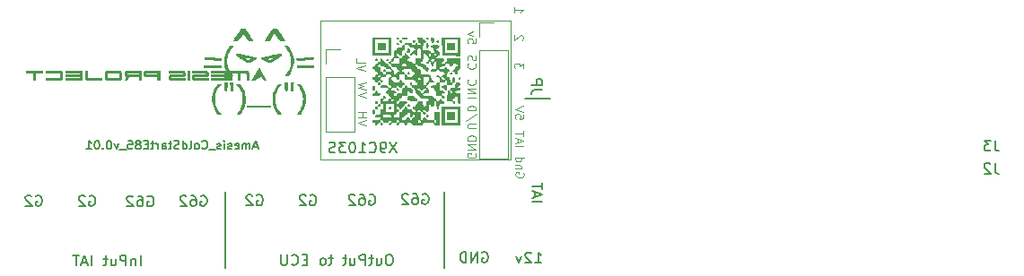
<source format=gbr>
%TF.GenerationSoftware,KiCad,Pcbnew,(6.0.0)*%
%TF.CreationDate,2022-10-01T22:30:54+02:00*%
%TF.ProjectId,012-Amesis-ColdSartE85,3031322d-416d-4657-9369-732d436f6c64,v0.01_Golf 1.6L 16v *%
%TF.SameCoordinates,Original*%
%TF.FileFunction,Legend,Bot*%
%TF.FilePolarity,Positive*%
%FSLAX46Y46*%
G04 Gerber Fmt 4.6, Leading zero omitted, Abs format (unit mm)*
G04 Created by KiCad (PCBNEW (6.0.0)) date 2022-10-01 22:30:54*
%MOMM*%
%LPD*%
G01*
G04 APERTURE LIST*
%ADD10C,0.100000*%
%ADD11C,0.200000*%
%ADD12C,0.150000*%
%ADD13C,0.300000*%
%ADD14C,0.120000*%
G04 APERTURE END LIST*
D10*
X148032954Y-47702904D02*
X165965354Y-47702904D01*
X165965354Y-47702904D02*
X165965354Y-60860104D01*
X165965354Y-60860104D02*
X148032954Y-60860104D01*
X148032954Y-60860104D02*
X148032954Y-47702904D01*
D11*
X159716954Y-63908104D02*
X159716954Y-71121704D01*
X169673754Y-55119704D02*
X167336954Y-55119704D01*
X138990554Y-63857304D02*
X138990554Y-71070904D01*
X126211449Y-64271704D02*
X126306687Y-64224084D01*
X126449544Y-64224084D01*
X126592401Y-64271704D01*
X126687639Y-64366942D01*
X126735258Y-64462180D01*
X126782877Y-64652656D01*
X126782877Y-64795513D01*
X126735258Y-64985989D01*
X126687639Y-65081227D01*
X126592401Y-65176465D01*
X126449544Y-65224084D01*
X126354306Y-65224084D01*
X126211449Y-65176465D01*
X126163830Y-65128846D01*
X126163830Y-64795513D01*
X126354306Y-64795513D01*
X125782877Y-64319323D02*
X125735258Y-64271704D01*
X125640020Y-64224084D01*
X125401925Y-64224084D01*
X125306687Y-64271704D01*
X125259068Y-64319323D01*
X125211449Y-64414561D01*
X125211449Y-64509799D01*
X125259068Y-64652656D01*
X125830496Y-65224084D01*
X125211449Y-65224084D01*
D10*
X152331849Y-54979913D02*
X151531849Y-54713246D01*
X152331849Y-54446580D01*
X152331849Y-54256104D02*
X151531849Y-54065627D01*
X152103277Y-53913246D01*
X151531849Y-53760865D01*
X152331849Y-53570389D01*
X166314649Y-46458332D02*
X166314649Y-46915475D01*
X166314649Y-46686904D02*
X167114649Y-46686904D01*
X167000363Y-46763094D01*
X166924173Y-46839284D01*
X166886077Y-46915475D01*
D11*
X142060973Y-59621837D02*
X141680020Y-59621837D01*
X142137163Y-59850408D02*
X141870496Y-59050408D01*
X141603830Y-59850408D01*
X141337163Y-59850408D02*
X141337163Y-59317075D01*
X141337163Y-59393265D02*
X141299068Y-59355170D01*
X141222877Y-59317075D01*
X141108592Y-59317075D01*
X141032401Y-59355170D01*
X140994306Y-59431361D01*
X140994306Y-59850408D01*
X140994306Y-59431361D02*
X140956211Y-59355170D01*
X140880020Y-59317075D01*
X140765734Y-59317075D01*
X140689544Y-59355170D01*
X140651449Y-59431361D01*
X140651449Y-59850408D01*
X139965734Y-59812313D02*
X140041925Y-59850408D01*
X140194306Y-59850408D01*
X140270496Y-59812313D01*
X140308592Y-59736123D01*
X140308592Y-59431361D01*
X140270496Y-59355170D01*
X140194306Y-59317075D01*
X140041925Y-59317075D01*
X139965734Y-59355170D01*
X139927639Y-59431361D01*
X139927639Y-59507551D01*
X140308592Y-59583742D01*
X139622877Y-59812313D02*
X139546687Y-59850408D01*
X139394306Y-59850408D01*
X139318115Y-59812313D01*
X139280020Y-59736123D01*
X139280020Y-59698027D01*
X139318115Y-59621837D01*
X139394306Y-59583742D01*
X139508592Y-59583742D01*
X139584782Y-59545646D01*
X139622877Y-59469456D01*
X139622877Y-59431361D01*
X139584782Y-59355170D01*
X139508592Y-59317075D01*
X139394306Y-59317075D01*
X139318115Y-59355170D01*
X138937163Y-59850408D02*
X138937163Y-59317075D01*
X138937163Y-59050408D02*
X138975258Y-59088504D01*
X138937163Y-59126599D01*
X138899068Y-59088504D01*
X138937163Y-59050408D01*
X138937163Y-59126599D01*
X138594306Y-59812313D02*
X138518115Y-59850408D01*
X138365734Y-59850408D01*
X138289544Y-59812313D01*
X138251449Y-59736123D01*
X138251449Y-59698027D01*
X138289544Y-59621837D01*
X138365734Y-59583742D01*
X138480020Y-59583742D01*
X138556211Y-59545646D01*
X138594306Y-59469456D01*
X138594306Y-59431361D01*
X138556211Y-59355170D01*
X138480020Y-59317075D01*
X138365734Y-59317075D01*
X138289544Y-59355170D01*
X138099068Y-59926599D02*
X137489544Y-59926599D01*
X136841925Y-59774218D02*
X136880020Y-59812313D01*
X136994306Y-59850408D01*
X137070496Y-59850408D01*
X137184782Y-59812313D01*
X137260973Y-59736123D01*
X137299068Y-59659932D01*
X137337163Y-59507551D01*
X137337163Y-59393265D01*
X137299068Y-59240884D01*
X137260973Y-59164694D01*
X137184782Y-59088504D01*
X137070496Y-59050408D01*
X136994306Y-59050408D01*
X136880020Y-59088504D01*
X136841925Y-59126599D01*
X136384782Y-59850408D02*
X136460973Y-59812313D01*
X136499068Y-59774218D01*
X136537163Y-59698027D01*
X136537163Y-59469456D01*
X136499068Y-59393265D01*
X136460973Y-59355170D01*
X136384782Y-59317075D01*
X136270496Y-59317075D01*
X136194306Y-59355170D01*
X136156211Y-59393265D01*
X136118115Y-59469456D01*
X136118115Y-59698027D01*
X136156211Y-59774218D01*
X136194306Y-59812313D01*
X136270496Y-59850408D01*
X136384782Y-59850408D01*
X135660973Y-59850408D02*
X135737163Y-59812313D01*
X135775258Y-59736123D01*
X135775258Y-59050408D01*
X135013354Y-59850408D02*
X135013354Y-59050408D01*
X135013354Y-59812313D02*
X135089544Y-59850408D01*
X135241925Y-59850408D01*
X135318115Y-59812313D01*
X135356211Y-59774218D01*
X135394306Y-59698027D01*
X135394306Y-59469456D01*
X135356211Y-59393265D01*
X135318115Y-59355170D01*
X135241925Y-59317075D01*
X135089544Y-59317075D01*
X135013354Y-59355170D01*
X134670496Y-59812313D02*
X134556211Y-59850408D01*
X134365734Y-59850408D01*
X134289544Y-59812313D01*
X134251449Y-59774218D01*
X134213354Y-59698027D01*
X134213354Y-59621837D01*
X134251449Y-59545646D01*
X134289544Y-59507551D01*
X134365734Y-59469456D01*
X134518115Y-59431361D01*
X134594306Y-59393265D01*
X134632401Y-59355170D01*
X134670496Y-59278980D01*
X134670496Y-59202789D01*
X134632401Y-59126599D01*
X134594306Y-59088504D01*
X134518115Y-59050408D01*
X134327639Y-59050408D01*
X134213354Y-59088504D01*
X133984782Y-59317075D02*
X133680020Y-59317075D01*
X133870496Y-59050408D02*
X133870496Y-59736123D01*
X133832401Y-59812313D01*
X133756211Y-59850408D01*
X133680020Y-59850408D01*
X133070496Y-59850408D02*
X133070496Y-59431361D01*
X133108592Y-59355170D01*
X133184782Y-59317075D01*
X133337163Y-59317075D01*
X133413354Y-59355170D01*
X133070496Y-59812313D02*
X133146687Y-59850408D01*
X133337163Y-59850408D01*
X133413354Y-59812313D01*
X133451449Y-59736123D01*
X133451449Y-59659932D01*
X133413354Y-59583742D01*
X133337163Y-59545646D01*
X133146687Y-59545646D01*
X133070496Y-59507551D01*
X132689544Y-59850408D02*
X132689544Y-59317075D01*
X132689544Y-59469456D02*
X132651449Y-59393265D01*
X132613354Y-59355170D01*
X132537163Y-59317075D01*
X132460973Y-59317075D01*
X132308592Y-59317075D02*
X132003830Y-59317075D01*
X132194306Y-59050408D02*
X132194306Y-59736123D01*
X132156211Y-59812313D01*
X132080020Y-59850408D01*
X132003830Y-59850408D01*
X131737163Y-59431361D02*
X131470496Y-59431361D01*
X131356211Y-59850408D02*
X131737163Y-59850408D01*
X131737163Y-59050408D01*
X131356211Y-59050408D01*
X130899068Y-59393265D02*
X130975258Y-59355170D01*
X131013354Y-59317075D01*
X131051449Y-59240884D01*
X131051449Y-59202789D01*
X131013354Y-59126599D01*
X130975258Y-59088504D01*
X130899068Y-59050408D01*
X130746687Y-59050408D01*
X130670496Y-59088504D01*
X130632401Y-59126599D01*
X130594306Y-59202789D01*
X130594306Y-59240884D01*
X130632401Y-59317075D01*
X130670496Y-59355170D01*
X130746687Y-59393265D01*
X130899068Y-59393265D01*
X130975258Y-59431361D01*
X131013354Y-59469456D01*
X131051449Y-59545646D01*
X131051449Y-59698027D01*
X131013354Y-59774218D01*
X130975258Y-59812313D01*
X130899068Y-59850408D01*
X130746687Y-59850408D01*
X130670496Y-59812313D01*
X130632401Y-59774218D01*
X130594306Y-59698027D01*
X130594306Y-59545646D01*
X130632401Y-59469456D01*
X130670496Y-59431361D01*
X130746687Y-59393265D01*
X129870496Y-59050408D02*
X130251449Y-59050408D01*
X130289544Y-59431361D01*
X130251449Y-59393265D01*
X130175258Y-59355170D01*
X129984782Y-59355170D01*
X129908592Y-59393265D01*
X129870496Y-59431361D01*
X129832401Y-59507551D01*
X129832401Y-59698027D01*
X129870496Y-59774218D01*
X129908592Y-59812313D01*
X129984782Y-59850408D01*
X130175258Y-59850408D01*
X130251449Y-59812313D01*
X130289544Y-59774218D01*
X129680020Y-59926599D02*
X129070496Y-59926599D01*
X128956211Y-59317075D02*
X128765734Y-59850408D01*
X128575258Y-59317075D01*
X128118115Y-59050408D02*
X128041925Y-59050408D01*
X127965734Y-59088504D01*
X127927639Y-59126599D01*
X127889544Y-59202789D01*
X127851449Y-59355170D01*
X127851449Y-59545646D01*
X127889544Y-59698027D01*
X127927639Y-59774218D01*
X127965734Y-59812313D01*
X128041925Y-59850408D01*
X128118115Y-59850408D01*
X128194306Y-59812313D01*
X128232401Y-59774218D01*
X128270496Y-59698027D01*
X128308592Y-59545646D01*
X128308592Y-59355170D01*
X128270496Y-59202789D01*
X128232401Y-59126599D01*
X128194306Y-59088504D01*
X128118115Y-59050408D01*
X127508592Y-59774218D02*
X127470496Y-59812313D01*
X127508592Y-59850408D01*
X127546687Y-59812313D01*
X127508592Y-59774218D01*
X127508592Y-59850408D01*
X126975258Y-59050408D02*
X126899068Y-59050408D01*
X126822877Y-59088504D01*
X126784782Y-59126599D01*
X126746687Y-59202789D01*
X126708592Y-59355170D01*
X126708592Y-59545646D01*
X126746687Y-59698027D01*
X126784782Y-59774218D01*
X126822877Y-59812313D01*
X126899068Y-59850408D01*
X126975258Y-59850408D01*
X127051449Y-59812313D01*
X127089544Y-59774218D01*
X127127639Y-59698027D01*
X127165734Y-59545646D01*
X127165734Y-59355170D01*
X127127639Y-59202789D01*
X127089544Y-59126599D01*
X127051449Y-59088504D01*
X126975258Y-59050408D01*
X125946687Y-59850408D02*
X126403830Y-59850408D01*
X126175258Y-59850408D02*
X126175258Y-59050408D01*
X126251449Y-59164694D01*
X126327639Y-59240884D01*
X126403830Y-59278980D01*
X155209639Y-59194884D02*
X154542973Y-60194884D01*
X154542973Y-59194884D02*
X155209639Y-60194884D01*
X154114401Y-60194884D02*
X153923925Y-60194884D01*
X153828687Y-60147265D01*
X153781068Y-60099646D01*
X153685830Y-59956789D01*
X153638211Y-59766313D01*
X153638211Y-59385361D01*
X153685830Y-59290123D01*
X153733449Y-59242504D01*
X153828687Y-59194884D01*
X154019163Y-59194884D01*
X154114401Y-59242504D01*
X154162020Y-59290123D01*
X154209639Y-59385361D01*
X154209639Y-59623456D01*
X154162020Y-59718694D01*
X154114401Y-59766313D01*
X154019163Y-59813932D01*
X153828687Y-59813932D01*
X153733449Y-59766313D01*
X153685830Y-59718694D01*
X153638211Y-59623456D01*
X152638211Y-60099646D02*
X152685830Y-60147265D01*
X152828687Y-60194884D01*
X152923925Y-60194884D01*
X153066782Y-60147265D01*
X153162020Y-60052027D01*
X153209639Y-59956789D01*
X153257258Y-59766313D01*
X153257258Y-59623456D01*
X153209639Y-59432980D01*
X153162020Y-59337742D01*
X153066782Y-59242504D01*
X152923925Y-59194884D01*
X152828687Y-59194884D01*
X152685830Y-59242504D01*
X152638211Y-59290123D01*
X151685830Y-60194884D02*
X152257258Y-60194884D01*
X151971544Y-60194884D02*
X151971544Y-59194884D01*
X152066782Y-59337742D01*
X152162020Y-59432980D01*
X152257258Y-59480599D01*
X151066782Y-59194884D02*
X150971544Y-59194884D01*
X150876306Y-59242504D01*
X150828687Y-59290123D01*
X150781068Y-59385361D01*
X150733449Y-59575837D01*
X150733449Y-59813932D01*
X150781068Y-60004408D01*
X150828687Y-60099646D01*
X150876306Y-60147265D01*
X150971544Y-60194884D01*
X151066782Y-60194884D01*
X151162020Y-60147265D01*
X151209639Y-60099646D01*
X151257258Y-60004408D01*
X151304877Y-59813932D01*
X151304877Y-59575837D01*
X151257258Y-59385361D01*
X151209639Y-59290123D01*
X151162020Y-59242504D01*
X151066782Y-59194884D01*
X150400115Y-59194884D02*
X149781068Y-59194884D01*
X150114401Y-59575837D01*
X149971544Y-59575837D01*
X149876306Y-59623456D01*
X149828687Y-59671075D01*
X149781068Y-59766313D01*
X149781068Y-60004408D01*
X149828687Y-60099646D01*
X149876306Y-60147265D01*
X149971544Y-60194884D01*
X150257258Y-60194884D01*
X150352496Y-60147265D01*
X150400115Y-60099646D01*
X149400115Y-60147265D02*
X149257258Y-60194884D01*
X149019163Y-60194884D01*
X148923925Y-60147265D01*
X148876306Y-60099646D01*
X148828687Y-60004408D01*
X148828687Y-59909170D01*
X148876306Y-59813932D01*
X148923925Y-59766313D01*
X149019163Y-59718694D01*
X149209639Y-59671075D01*
X149304877Y-59623456D01*
X149352496Y-59575837D01*
X149400115Y-59480599D01*
X149400115Y-59385361D01*
X149352496Y-59290123D01*
X149304877Y-59242504D01*
X149209639Y-59194884D01*
X148971544Y-59194884D01*
X148828687Y-59242504D01*
X147039449Y-64220904D02*
X147134687Y-64173284D01*
X147277544Y-64173284D01*
X147420401Y-64220904D01*
X147515639Y-64316142D01*
X147563258Y-64411380D01*
X147610877Y-64601856D01*
X147610877Y-64744713D01*
X147563258Y-64935189D01*
X147515639Y-65030427D01*
X147420401Y-65125665D01*
X147277544Y-65173284D01*
X147182306Y-65173284D01*
X147039449Y-65125665D01*
X146991830Y-65078046D01*
X146991830Y-64744713D01*
X147182306Y-64744713D01*
X146610877Y-64268523D02*
X146563258Y-64220904D01*
X146468020Y-64173284D01*
X146229925Y-64173284D01*
X146134687Y-64220904D01*
X146087068Y-64268523D01*
X146039449Y-64363761D01*
X146039449Y-64458999D01*
X146087068Y-64601856D01*
X146658496Y-65173284D01*
X146039449Y-65173284D01*
D10*
X162695049Y-57894523D02*
X162047430Y-57894523D01*
X161971239Y-57856427D01*
X161933144Y-57818332D01*
X161895049Y-57742142D01*
X161895049Y-57589761D01*
X161933144Y-57513570D01*
X161971239Y-57475475D01*
X162047430Y-57437380D01*
X162695049Y-57437380D01*
X162733144Y-56484999D02*
X161704573Y-57170713D01*
X161895049Y-56218332D02*
X162695049Y-56218332D01*
X162695049Y-56027856D01*
X162656954Y-55913570D01*
X162580763Y-55837380D01*
X162504573Y-55799284D01*
X162352192Y-55761189D01*
X162237906Y-55761189D01*
X162085525Y-55799284D01*
X162009334Y-55837380D01*
X161933144Y-55913570D01*
X161895049Y-56027856D01*
X161895049Y-56218332D01*
X152230249Y-52458980D02*
X151430249Y-52192313D01*
X152230249Y-51925646D01*
X151430249Y-51278027D02*
X151430249Y-51658980D01*
X152230249Y-51658980D01*
D11*
X163272858Y-69605704D02*
X163368096Y-69558084D01*
X163510954Y-69558084D01*
X163653811Y-69605704D01*
X163749049Y-69700942D01*
X163796668Y-69796180D01*
X163844287Y-69986656D01*
X163844287Y-70129513D01*
X163796668Y-70319989D01*
X163749049Y-70415227D01*
X163653811Y-70510465D01*
X163510954Y-70558084D01*
X163415715Y-70558084D01*
X163272858Y-70510465D01*
X163225239Y-70462846D01*
X163225239Y-70129513D01*
X163415715Y-70129513D01*
X162796668Y-70558084D02*
X162796668Y-69558084D01*
X162225239Y-70558084D01*
X162225239Y-69558084D01*
X161749049Y-70558084D02*
X161749049Y-69558084D01*
X161510954Y-69558084D01*
X161368096Y-69605704D01*
X161272858Y-69700942D01*
X161225239Y-69796180D01*
X161177620Y-69986656D01*
X161177620Y-70129513D01*
X161225239Y-70319989D01*
X161272858Y-70415227D01*
X161368096Y-70510465D01*
X161510954Y-70558084D01*
X161749049Y-70558084D01*
X154586382Y-69812084D02*
X154395906Y-69812084D01*
X154300668Y-69859704D01*
X154205430Y-69954942D01*
X154157811Y-70145418D01*
X154157811Y-70478751D01*
X154205430Y-70669227D01*
X154300668Y-70764465D01*
X154395906Y-70812084D01*
X154586382Y-70812084D01*
X154681620Y-70764465D01*
X154776858Y-70669227D01*
X154824477Y-70478751D01*
X154824477Y-70145418D01*
X154776858Y-69954942D01*
X154681620Y-69859704D01*
X154586382Y-69812084D01*
X153300668Y-70145418D02*
X153300668Y-70812084D01*
X153729239Y-70145418D02*
X153729239Y-70669227D01*
X153681620Y-70764465D01*
X153586382Y-70812084D01*
X153443525Y-70812084D01*
X153348287Y-70764465D01*
X153300668Y-70716846D01*
X152967334Y-70145418D02*
X152586382Y-70145418D01*
X152824477Y-69812084D02*
X152824477Y-70669227D01*
X152776858Y-70764465D01*
X152681620Y-70812084D01*
X152586382Y-70812084D01*
X152253049Y-70812084D02*
X152253049Y-69812084D01*
X151872096Y-69812084D01*
X151776858Y-69859704D01*
X151729239Y-69907323D01*
X151681620Y-70002561D01*
X151681620Y-70145418D01*
X151729239Y-70240656D01*
X151776858Y-70288275D01*
X151872096Y-70335894D01*
X152253049Y-70335894D01*
X150824477Y-70145418D02*
X150824477Y-70812084D01*
X151253049Y-70145418D02*
X151253049Y-70669227D01*
X151205430Y-70764465D01*
X151110192Y-70812084D01*
X150967334Y-70812084D01*
X150872096Y-70764465D01*
X150824477Y-70716846D01*
X150491144Y-70145418D02*
X150110192Y-70145418D01*
X150348287Y-69812084D02*
X150348287Y-70669227D01*
X150300668Y-70764465D01*
X150205430Y-70812084D01*
X150110192Y-70812084D01*
X149157811Y-70145418D02*
X148776858Y-70145418D01*
X149014954Y-69812084D02*
X149014954Y-70669227D01*
X148967334Y-70764465D01*
X148872096Y-70812084D01*
X148776858Y-70812084D01*
X148300668Y-70812084D02*
X148395906Y-70764465D01*
X148443525Y-70716846D01*
X148491144Y-70621608D01*
X148491144Y-70335894D01*
X148443525Y-70240656D01*
X148395906Y-70193037D01*
X148300668Y-70145418D01*
X148157811Y-70145418D01*
X148062573Y-70193037D01*
X148014954Y-70240656D01*
X147967334Y-70335894D01*
X147967334Y-70621608D01*
X148014954Y-70716846D01*
X148062573Y-70764465D01*
X148157811Y-70812084D01*
X148300668Y-70812084D01*
X146776858Y-70288275D02*
X146443525Y-70288275D01*
X146300668Y-70812084D02*
X146776858Y-70812084D01*
X146776858Y-69812084D01*
X146300668Y-69812084D01*
X145300668Y-70716846D02*
X145348287Y-70764465D01*
X145491144Y-70812084D01*
X145586382Y-70812084D01*
X145729239Y-70764465D01*
X145824477Y-70669227D01*
X145872096Y-70573989D01*
X145919715Y-70383513D01*
X145919715Y-70240656D01*
X145872096Y-70050180D01*
X145824477Y-69954942D01*
X145729239Y-69859704D01*
X145586382Y-69812084D01*
X145491144Y-69812084D01*
X145348287Y-69859704D01*
X145300668Y-69907323D01*
X144872096Y-69812084D02*
X144872096Y-70621608D01*
X144824477Y-70716846D01*
X144776858Y-70764465D01*
X144681620Y-70812084D01*
X144491144Y-70812084D01*
X144395906Y-70764465D01*
X144348287Y-70716846D01*
X144300668Y-70621608D01*
X144300668Y-69812084D01*
D10*
X152331849Y-57634218D02*
X151531849Y-57367551D01*
X152331849Y-57100884D01*
X151531849Y-56834218D02*
X152331849Y-56834218D01*
X151950896Y-56834218D02*
X151950896Y-56377075D01*
X151531849Y-56377075D02*
X152331849Y-56377075D01*
X167114649Y-52236770D02*
X167114649Y-51741532D01*
X166809887Y-52008199D01*
X166809887Y-51893913D01*
X166771792Y-51817723D01*
X166733696Y-51779627D01*
X166657506Y-51741532D01*
X166467030Y-51741532D01*
X166390839Y-51779627D01*
X166352744Y-51817723D01*
X166314649Y-51893913D01*
X166314649Y-52122484D01*
X166352744Y-52198675D01*
X166390839Y-52236770D01*
X167038458Y-49557075D02*
X167076554Y-49518980D01*
X167114649Y-49442789D01*
X167114649Y-49252313D01*
X167076554Y-49176123D01*
X167038458Y-49138027D01*
X166962268Y-49099932D01*
X166886077Y-49099932D01*
X166771792Y-49138027D01*
X166314649Y-49595170D01*
X166314649Y-49099932D01*
D11*
X142010249Y-64220904D02*
X142105487Y-64173284D01*
X142248344Y-64173284D01*
X142391201Y-64220904D01*
X142486439Y-64316142D01*
X142534058Y-64411380D01*
X142581677Y-64601856D01*
X142581677Y-64744713D01*
X142534058Y-64935189D01*
X142486439Y-65030427D01*
X142391201Y-65125665D01*
X142248344Y-65173284D01*
X142153106Y-65173284D01*
X142010249Y-65125665D01*
X141962630Y-65078046D01*
X141962630Y-64744713D01*
X142153106Y-64744713D01*
X141581677Y-64268523D02*
X141534058Y-64220904D01*
X141438820Y-64173284D01*
X141200725Y-64173284D01*
X141105487Y-64220904D01*
X141057868Y-64268523D01*
X141010249Y-64363761D01*
X141010249Y-64458999D01*
X141057868Y-64601856D01*
X141629296Y-65173284D01*
X141010249Y-65173284D01*
D10*
X166365449Y-59577323D02*
X167165449Y-59577323D01*
X166594020Y-59234465D02*
X166594020Y-58853513D01*
X166365449Y-59310656D02*
X167165449Y-59043989D01*
X166365449Y-58777323D01*
X167165449Y-58624942D02*
X167165449Y-58167799D01*
X166365449Y-58396370D02*
X167165449Y-58396370D01*
D11*
X136727049Y-64271704D02*
X136822287Y-64224084D01*
X136965144Y-64224084D01*
X137108001Y-64271704D01*
X137203239Y-64366942D01*
X137250858Y-64462180D01*
X137298477Y-64652656D01*
X137298477Y-64795513D01*
X137250858Y-64985989D01*
X137203239Y-65081227D01*
X137108001Y-65176465D01*
X136965144Y-65224084D01*
X136869906Y-65224084D01*
X136727049Y-65176465D01*
X136679430Y-65128846D01*
X136679430Y-64795513D01*
X136869906Y-64795513D01*
X135822287Y-64224084D02*
X136012763Y-64224084D01*
X136108001Y-64271704D01*
X136155620Y-64319323D01*
X136250858Y-64462180D01*
X136298477Y-64652656D01*
X136298477Y-65033608D01*
X136250858Y-65128846D01*
X136203239Y-65176465D01*
X136108001Y-65224084D01*
X135917525Y-65224084D01*
X135822287Y-65176465D01*
X135774668Y-65128846D01*
X135727049Y-65033608D01*
X135727049Y-64795513D01*
X135774668Y-64700275D01*
X135822287Y-64652656D01*
X135917525Y-64605037D01*
X136108001Y-64605037D01*
X136203239Y-64652656D01*
X136250858Y-64700275D01*
X136298477Y-64795513D01*
X135346096Y-64319323D02*
X135298477Y-64271704D01*
X135203239Y-64224084D01*
X134965144Y-64224084D01*
X134869906Y-64271704D01*
X134822287Y-64319323D01*
X134774668Y-64414561D01*
X134774668Y-64509799D01*
X134822287Y-64652656D01*
X135393715Y-65224084D01*
X134774668Y-65224084D01*
X157656649Y-64119304D02*
X157751887Y-64071684D01*
X157894744Y-64071684D01*
X158037601Y-64119304D01*
X158132839Y-64214542D01*
X158180458Y-64309780D01*
X158228077Y-64500256D01*
X158228077Y-64643113D01*
X158180458Y-64833589D01*
X158132839Y-64928827D01*
X158037601Y-65024065D01*
X157894744Y-65071684D01*
X157799506Y-65071684D01*
X157656649Y-65024065D01*
X157609030Y-64976446D01*
X157609030Y-64643113D01*
X157799506Y-64643113D01*
X156751887Y-64071684D02*
X156942363Y-64071684D01*
X157037601Y-64119304D01*
X157085220Y-64166923D01*
X157180458Y-64309780D01*
X157228077Y-64500256D01*
X157228077Y-64881208D01*
X157180458Y-64976446D01*
X157132839Y-65024065D01*
X157037601Y-65071684D01*
X156847125Y-65071684D01*
X156751887Y-65024065D01*
X156704268Y-64976446D01*
X156656649Y-64881208D01*
X156656649Y-64643113D01*
X156704268Y-64547875D01*
X156751887Y-64500256D01*
X156847125Y-64452637D01*
X157037601Y-64452637D01*
X157132839Y-64500256D01*
X157180458Y-64547875D01*
X157228077Y-64643113D01*
X156275696Y-64166923D02*
X156228077Y-64119304D01*
X156132839Y-64071684D01*
X155894744Y-64071684D01*
X155799506Y-64119304D01*
X155751887Y-64166923D01*
X155704268Y-64262161D01*
X155704268Y-64357399D01*
X155751887Y-64500256D01*
X156323315Y-65071684D01*
X155704268Y-65071684D01*
X168900573Y-54257646D02*
X168186287Y-54257646D01*
X168043430Y-54305265D01*
X167948192Y-54400504D01*
X167900573Y-54543361D01*
X167900573Y-54638599D01*
X167900573Y-53781456D02*
X168900573Y-53781456D01*
X168900573Y-53400504D01*
X168852954Y-53305265D01*
X168805334Y-53257646D01*
X168710096Y-53210027D01*
X168567239Y-53210027D01*
X168472001Y-53257646D01*
X168424382Y-53305265D01*
X168376763Y-53400504D01*
X168376763Y-53781456D01*
D10*
X167165449Y-56592884D02*
X167165449Y-56973837D01*
X166784496Y-57011932D01*
X166822592Y-56973837D01*
X166860687Y-56897646D01*
X166860687Y-56707170D01*
X166822592Y-56630980D01*
X166784496Y-56592884D01*
X166708306Y-56554789D01*
X166517830Y-56554789D01*
X166441639Y-56592884D01*
X166403544Y-56630980D01*
X166365449Y-56707170D01*
X166365449Y-56897646D01*
X166403544Y-56973837D01*
X166441639Y-57011932D01*
X167165449Y-56326218D02*
X166365449Y-56059551D01*
X167165449Y-55792884D01*
X162695049Y-49442789D02*
X162695049Y-49823742D01*
X162314096Y-49861837D01*
X162352192Y-49823742D01*
X162390287Y-49747551D01*
X162390287Y-49557075D01*
X162352192Y-49480884D01*
X162314096Y-49442789D01*
X162237906Y-49404694D01*
X162047430Y-49404694D01*
X161971239Y-49442789D01*
X161933144Y-49480884D01*
X161895049Y-49557075D01*
X161895049Y-49747551D01*
X161933144Y-49823742D01*
X161971239Y-49861837D01*
X162428382Y-49138027D02*
X161895049Y-48947551D01*
X162428382Y-48757075D01*
D11*
X168263982Y-70608884D02*
X168835411Y-70608884D01*
X168549696Y-70608884D02*
X168549696Y-69608884D01*
X168644934Y-69751742D01*
X168740173Y-69846980D01*
X168835411Y-69894599D01*
X167883030Y-69704123D02*
X167835411Y-69656504D01*
X167740173Y-69608884D01*
X167502077Y-69608884D01*
X167406839Y-69656504D01*
X167359220Y-69704123D01*
X167311601Y-69799361D01*
X167311601Y-69894599D01*
X167359220Y-70037456D01*
X167930649Y-70608884D01*
X167311601Y-70608884D01*
X166978268Y-69942218D02*
X166740173Y-70608884D01*
X166502077Y-69942218D01*
D10*
X161971239Y-51747837D02*
X161933144Y-51785932D01*
X161895049Y-51900218D01*
X161895049Y-51976408D01*
X161933144Y-52090694D01*
X162009334Y-52166884D01*
X162085525Y-52204980D01*
X162237906Y-52243075D01*
X162352192Y-52243075D01*
X162504573Y-52204980D01*
X162580763Y-52166884D01*
X162656954Y-52090694D01*
X162695049Y-51976408D01*
X162695049Y-51900218D01*
X162656954Y-51785932D01*
X162618858Y-51747837D01*
X161933144Y-51443075D02*
X161895049Y-51328789D01*
X161895049Y-51138313D01*
X161933144Y-51062123D01*
X161971239Y-51024027D01*
X162047430Y-50985932D01*
X162123620Y-50985932D01*
X162199811Y-51024027D01*
X162237906Y-51062123D01*
X162276001Y-51138313D01*
X162314096Y-51290694D01*
X162352192Y-51366884D01*
X162390287Y-51404980D01*
X162466477Y-51443075D01*
X162542668Y-51443075D01*
X162618858Y-51404980D01*
X162656954Y-51366884D01*
X162695049Y-51290694D01*
X162695049Y-51100218D01*
X162656954Y-50985932D01*
X167178154Y-62085589D02*
X167216249Y-62161780D01*
X167216249Y-62276065D01*
X167178154Y-62390351D01*
X167101963Y-62466542D01*
X167025773Y-62504637D01*
X166873392Y-62542732D01*
X166759106Y-62542732D01*
X166606725Y-62504637D01*
X166530534Y-62466542D01*
X166454344Y-62390351D01*
X166416249Y-62276065D01*
X166416249Y-62199875D01*
X166454344Y-62085589D01*
X166492439Y-62047494D01*
X166759106Y-62047494D01*
X166759106Y-62199875D01*
X166949582Y-61704637D02*
X166416249Y-61704637D01*
X166873392Y-61704637D02*
X166911487Y-61666542D01*
X166949582Y-61590351D01*
X166949582Y-61476065D01*
X166911487Y-61399875D01*
X166835296Y-61361780D01*
X166416249Y-61361780D01*
X166416249Y-60637970D02*
X167216249Y-60637970D01*
X166454344Y-60637970D02*
X166416249Y-60714161D01*
X166416249Y-60866542D01*
X166454344Y-60942732D01*
X166492439Y-60980827D01*
X166568630Y-61018923D01*
X166797201Y-61018923D01*
X166873392Y-60980827D01*
X166911487Y-60942732D01*
X166949582Y-60866542D01*
X166949582Y-60714161D01*
X166911487Y-60637970D01*
D11*
X152627449Y-64170104D02*
X152722687Y-64122484D01*
X152865544Y-64122484D01*
X153008401Y-64170104D01*
X153103639Y-64265342D01*
X153151258Y-64360580D01*
X153198877Y-64551056D01*
X153198877Y-64693913D01*
X153151258Y-64884389D01*
X153103639Y-64979627D01*
X153008401Y-65074865D01*
X152865544Y-65122484D01*
X152770306Y-65122484D01*
X152627449Y-65074865D01*
X152579830Y-65027246D01*
X152579830Y-64693913D01*
X152770306Y-64693913D01*
X151722687Y-64122484D02*
X151913163Y-64122484D01*
X152008401Y-64170104D01*
X152056020Y-64217723D01*
X152151258Y-64360580D01*
X152198877Y-64551056D01*
X152198877Y-64932008D01*
X152151258Y-65027246D01*
X152103639Y-65074865D01*
X152008401Y-65122484D01*
X151817925Y-65122484D01*
X151722687Y-65074865D01*
X151675068Y-65027246D01*
X151627449Y-64932008D01*
X151627449Y-64693913D01*
X151675068Y-64598675D01*
X151722687Y-64551056D01*
X151817925Y-64503437D01*
X152008401Y-64503437D01*
X152103639Y-64551056D01*
X152151258Y-64598675D01*
X152198877Y-64693913D01*
X151246496Y-64217723D02*
X151198877Y-64170104D01*
X151103639Y-64122484D01*
X150865544Y-64122484D01*
X150770306Y-64170104D01*
X150722687Y-64217723D01*
X150675068Y-64312961D01*
X150675068Y-64408199D01*
X150722687Y-64551056D01*
X151294115Y-65122484D01*
X150675068Y-65122484D01*
D10*
X162656954Y-60250427D02*
X162695049Y-60326618D01*
X162695049Y-60440904D01*
X162656954Y-60555189D01*
X162580763Y-60631380D01*
X162504573Y-60669475D01*
X162352192Y-60707570D01*
X162237906Y-60707570D01*
X162085525Y-60669475D01*
X162009334Y-60631380D01*
X161933144Y-60555189D01*
X161895049Y-60440904D01*
X161895049Y-60364713D01*
X161933144Y-60250427D01*
X161971239Y-60212332D01*
X162237906Y-60212332D01*
X162237906Y-60364713D01*
X161895049Y-59869475D02*
X162695049Y-59869475D01*
X161895049Y-59412332D01*
X162695049Y-59412332D01*
X161895049Y-59031380D02*
X162695049Y-59031380D01*
X162695049Y-58840904D01*
X162656954Y-58726618D01*
X162580763Y-58650427D01*
X162504573Y-58612332D01*
X162352192Y-58574237D01*
X162237906Y-58574237D01*
X162085525Y-58612332D01*
X162009334Y-58650427D01*
X161933144Y-58726618D01*
X161895049Y-58840904D01*
X161895049Y-59031380D01*
D11*
X121182249Y-64271704D02*
X121277487Y-64224084D01*
X121420344Y-64224084D01*
X121563201Y-64271704D01*
X121658439Y-64366942D01*
X121706058Y-64462180D01*
X121753677Y-64652656D01*
X121753677Y-64795513D01*
X121706058Y-64985989D01*
X121658439Y-65081227D01*
X121563201Y-65176465D01*
X121420344Y-65224084D01*
X121325106Y-65224084D01*
X121182249Y-65176465D01*
X121134630Y-65128846D01*
X121134630Y-64795513D01*
X121325106Y-64795513D01*
X120753677Y-64319323D02*
X120706058Y-64271704D01*
X120610820Y-64224084D01*
X120372725Y-64224084D01*
X120277487Y-64271704D01*
X120229868Y-64319323D01*
X120182249Y-64414561D01*
X120182249Y-64509799D01*
X120229868Y-64652656D01*
X120801296Y-65224084D01*
X120182249Y-65224084D01*
X131053258Y-70862884D02*
X131053258Y-69862884D01*
X130577068Y-70196218D02*
X130577068Y-70862884D01*
X130577068Y-70291456D02*
X130529449Y-70243837D01*
X130434211Y-70196218D01*
X130291354Y-70196218D01*
X130196115Y-70243837D01*
X130148496Y-70339075D01*
X130148496Y-70862884D01*
X129672306Y-70862884D02*
X129672306Y-69862884D01*
X129291354Y-69862884D01*
X129196115Y-69910504D01*
X129148496Y-69958123D01*
X129100877Y-70053361D01*
X129100877Y-70196218D01*
X129148496Y-70291456D01*
X129196115Y-70339075D01*
X129291354Y-70386694D01*
X129672306Y-70386694D01*
X128243734Y-70196218D02*
X128243734Y-70862884D01*
X128672306Y-70196218D02*
X128672306Y-70720027D01*
X128624687Y-70815265D01*
X128529449Y-70862884D01*
X128386592Y-70862884D01*
X128291354Y-70815265D01*
X128243734Y-70767646D01*
X127910401Y-70196218D02*
X127529449Y-70196218D01*
X127767544Y-69862884D02*
X127767544Y-70720027D01*
X127719925Y-70815265D01*
X127624687Y-70862884D01*
X127529449Y-70862884D01*
X126434211Y-70862884D02*
X126434211Y-69862884D01*
X126005639Y-70577170D02*
X125529449Y-70577170D01*
X126100877Y-70862884D02*
X125767544Y-69862884D01*
X125434211Y-70862884D01*
X125243734Y-69862884D02*
X124672306Y-69862884D01*
X124958020Y-70862884D02*
X124958020Y-69862884D01*
D10*
X161895049Y-54973551D02*
X162695049Y-54973551D01*
X161895049Y-54592599D02*
X162695049Y-54592599D01*
X161895049Y-54135456D01*
X162695049Y-54135456D01*
X161971239Y-53297361D02*
X161933144Y-53335456D01*
X161895049Y-53449742D01*
X161895049Y-53525932D01*
X161933144Y-53640218D01*
X162009334Y-53716408D01*
X162085525Y-53754504D01*
X162237906Y-53792599D01*
X162352192Y-53792599D01*
X162504573Y-53754504D01*
X162580763Y-53716408D01*
X162656954Y-53640218D01*
X162695049Y-53525932D01*
X162695049Y-53449742D01*
X162656954Y-53335456D01*
X162618858Y-53297361D01*
D11*
X167951373Y-64819227D02*
X168951373Y-64819227D01*
X168237087Y-64390656D02*
X168237087Y-63914465D01*
X167951373Y-64485894D02*
X168951373Y-64152561D01*
X167951373Y-63819227D01*
X168951373Y-63628751D02*
X168951373Y-63057323D01*
X167951373Y-63343037D02*
X168951373Y-63343037D01*
X131697849Y-64322504D02*
X131793087Y-64274884D01*
X131935944Y-64274884D01*
X132078801Y-64322504D01*
X132174039Y-64417742D01*
X132221658Y-64512980D01*
X132269277Y-64703456D01*
X132269277Y-64846313D01*
X132221658Y-65036789D01*
X132174039Y-65132027D01*
X132078801Y-65227265D01*
X131935944Y-65274884D01*
X131840706Y-65274884D01*
X131697849Y-65227265D01*
X131650230Y-65179646D01*
X131650230Y-64846313D01*
X131840706Y-64846313D01*
X130793087Y-64274884D02*
X130983563Y-64274884D01*
X131078801Y-64322504D01*
X131126420Y-64370123D01*
X131221658Y-64512980D01*
X131269277Y-64703456D01*
X131269277Y-65084408D01*
X131221658Y-65179646D01*
X131174039Y-65227265D01*
X131078801Y-65274884D01*
X130888325Y-65274884D01*
X130793087Y-65227265D01*
X130745468Y-65179646D01*
X130697849Y-65084408D01*
X130697849Y-64846313D01*
X130745468Y-64751075D01*
X130793087Y-64703456D01*
X130888325Y-64655837D01*
X131078801Y-64655837D01*
X131174039Y-64703456D01*
X131221658Y-64751075D01*
X131269277Y-64846313D01*
X130316896Y-64370123D02*
X130269277Y-64322504D01*
X130174039Y-64274884D01*
X129935944Y-64274884D01*
X129840706Y-64322504D01*
X129793087Y-64370123D01*
X129745468Y-64465361D01*
X129745468Y-64560599D01*
X129793087Y-64703456D01*
X130364515Y-65274884D01*
X129745468Y-65274884D01*
D12*
%TO.C,J2*%
X211637287Y-61161084D02*
X211637287Y-61875370D01*
X211684906Y-62018227D01*
X211780144Y-62113465D01*
X211923001Y-62161084D01*
X212018239Y-62161084D01*
X211208715Y-61256323D02*
X211161096Y-61208704D01*
X211065858Y-61161084D01*
X210827763Y-61161084D01*
X210732525Y-61208704D01*
X210684906Y-61256323D01*
X210637287Y-61351561D01*
X210637287Y-61446799D01*
X210684906Y-61589656D01*
X211256334Y-62161084D01*
X210637287Y-62161084D01*
D13*
%TO.C, *%
D12*
%TO.C,J3*%
X211637287Y-59027484D02*
X211637287Y-59741770D01*
X211684906Y-59884627D01*
X211780144Y-59979865D01*
X211923001Y-60027484D01*
X212018239Y-60027484D01*
X211256334Y-59027484D02*
X210637287Y-59027484D01*
X210970620Y-59408437D01*
X210827763Y-59408437D01*
X210732525Y-59456056D01*
X210684906Y-59503675D01*
X210637287Y-59598913D01*
X210637287Y-59837008D01*
X210684906Y-59932246D01*
X210732525Y-59979865D01*
X210827763Y-60027484D01*
X211113477Y-60027484D01*
X211208715Y-59979865D01*
X211256334Y-59932246D01*
D13*
%TO.C, *%
D14*
%TO.C,J2*%
X165669754Y-50496904D02*
X163009754Y-50496904D01*
X164339754Y-47896904D02*
X163009754Y-47896904D01*
X163009754Y-47896904D02*
X163009754Y-49226904D01*
X165669754Y-50496904D02*
X165669754Y-60716904D01*
X165669754Y-60716904D02*
X163009754Y-60716904D01*
X163009754Y-50496904D02*
X163009754Y-60716904D01*
%TO.C, *%
G36*
X129222389Y-53316363D02*
G01*
X129163181Y-53375570D01*
X127819779Y-53375570D01*
X127756937Y-53319469D01*
X127694096Y-53263368D01*
X127687756Y-52968295D01*
X127687031Y-52930623D01*
X127686910Y-52893303D01*
X127953869Y-52893303D01*
X127954078Y-52926083D01*
X127956251Y-53002858D01*
X127960284Y-53062758D01*
X127965549Y-53094981D01*
X127970055Y-53101839D01*
X127983976Y-53109599D01*
X128010669Y-53115478D01*
X128054420Y-53119725D01*
X128119513Y-53122592D01*
X128210233Y-53124330D01*
X128330867Y-53125188D01*
X128485698Y-53125419D01*
X128618958Y-53125175D01*
X128749503Y-53124117D01*
X128848453Y-53122046D01*
X128919590Y-53118778D01*
X128966697Y-53114125D01*
X128993557Y-53107902D01*
X129003951Y-53099922D01*
X129006080Y-53088957D01*
X129008845Y-53043606D01*
X129009606Y-52974968D01*
X129008158Y-52893066D01*
X129002581Y-52711707D01*
X128521520Y-52706292D01*
X128419686Y-52705392D01*
X128292948Y-52704996D01*
X128181540Y-52705463D01*
X128091248Y-52706736D01*
X128027860Y-52708757D01*
X127997164Y-52711469D01*
X127978902Y-52717624D01*
X127965125Y-52731503D01*
X127957616Y-52760136D01*
X127954492Y-52811434D01*
X127953869Y-52893303D01*
X127686910Y-52893303D01*
X127686598Y-52797026D01*
X127691084Y-52694915D01*
X127701545Y-52618794D01*
X127719035Y-52563164D01*
X127744612Y-52522527D01*
X127779330Y-52491385D01*
X127789295Y-52484612D01*
X127806816Y-52475246D01*
X127829405Y-52467862D01*
X127861238Y-52462226D01*
X127906492Y-52458101D01*
X127969346Y-52455254D01*
X128053975Y-52453449D01*
X128164557Y-52452451D01*
X128305270Y-52452024D01*
X128480290Y-52451934D01*
X128627367Y-52452256D01*
X128808665Y-52453831D01*
X128954494Y-52456697D01*
X129064106Y-52460832D01*
X129136750Y-52466212D01*
X129171677Y-52472816D01*
X129202551Y-52489499D01*
X129232091Y-52516015D01*
X129253361Y-52554104D01*
X129267653Y-52609141D01*
X129276261Y-52686499D01*
X129280478Y-52791551D01*
X129281596Y-52929673D01*
X129281596Y-53257155D01*
X129222389Y-53316363D01*
G37*
G36*
X145956630Y-53687466D02*
G01*
X146127774Y-53693070D01*
X146238638Y-53847010D01*
X146296573Y-53932085D01*
X146407251Y-54122663D01*
X146500480Y-54321968D01*
X146568888Y-54515092D01*
X146613497Y-54700028D01*
X146649233Y-54974316D01*
X146651248Y-55250714D01*
X146620445Y-55524524D01*
X146557728Y-55791048D01*
X146464000Y-56045586D01*
X146340166Y-56283440D01*
X146187128Y-56499911D01*
X146114081Y-56589055D01*
X145944353Y-56589055D01*
X145915102Y-56588785D01*
X145840181Y-56585256D01*
X145786356Y-56578385D01*
X145762306Y-56569124D01*
X145762187Y-56562601D01*
X145778908Y-56531181D01*
X145815082Y-56483120D01*
X145865340Y-56425880D01*
X145905154Y-56382571D01*
X145987817Y-56284903D01*
X146056567Y-56188664D01*
X146119963Y-56081163D01*
X146186566Y-55949710D01*
X146187179Y-55948438D01*
X146247935Y-55814498D01*
X146292804Y-55694543D01*
X146324010Y-55578137D01*
X146343774Y-55454846D01*
X146354323Y-55314237D01*
X146357879Y-55145873D01*
X146357937Y-55050131D01*
X146356326Y-54946272D01*
X146352012Y-54864983D01*
X146344169Y-54797091D01*
X146331972Y-54733425D01*
X146314596Y-54664813D01*
X146270492Y-54524688D01*
X146162445Y-54275913D01*
X146022252Y-54042596D01*
X145853843Y-53831839D01*
X145853336Y-53831288D01*
X145799641Y-53768284D01*
X145770194Y-53723301D01*
X145767375Y-53699973D01*
X145774473Y-53696460D01*
X145814154Y-53690099D01*
X145878165Y-53686884D01*
X145956630Y-53687466D01*
G37*
G36*
X135747051Y-53375570D02*
G01*
X135458414Y-53375570D01*
X135458414Y-52451934D01*
X135747051Y-52451934D01*
X135747051Y-53375570D01*
G37*
G36*
X130878717Y-53375570D02*
G01*
X130878717Y-53048449D01*
X129954758Y-53048449D01*
X129879193Y-53212010D01*
X129803628Y-53375570D01*
X129667688Y-53375570D01*
X129661299Y-53375559D01*
X129595786Y-53374062D01*
X129549372Y-53370531D01*
X129531748Y-53365671D01*
X129533169Y-53360077D01*
X129545380Y-53325781D01*
X129567396Y-53268403D01*
X129595933Y-53196593D01*
X129660119Y-53037415D01*
X129607431Y-52989140D01*
X129579591Y-52958122D01*
X129555459Y-52906815D01*
X129541071Y-52831445D01*
X129535340Y-52750312D01*
X129823486Y-52750312D01*
X129826785Y-52759220D01*
X129839604Y-52766077D01*
X129866079Y-52771150D01*
X129910350Y-52774705D01*
X129976553Y-52777007D01*
X130068827Y-52778322D01*
X130191310Y-52778916D01*
X130348140Y-52779055D01*
X130490213Y-52778992D01*
X130615799Y-52778589D01*
X130710922Y-52777537D01*
X130779811Y-52775525D01*
X130826692Y-52772245D01*
X130855796Y-52767388D01*
X130871349Y-52760644D01*
X130877580Y-52751705D01*
X130878717Y-52740261D01*
X130877969Y-52730109D01*
X130872781Y-52720876D01*
X130858893Y-52713988D01*
X130832052Y-52709171D01*
X130788001Y-52706152D01*
X130722487Y-52704658D01*
X130631255Y-52704414D01*
X130510050Y-52705148D01*
X130354617Y-52706587D01*
X130309339Y-52707039D01*
X130162693Y-52708746D01*
X130049135Y-52710711D01*
X129964404Y-52713247D01*
X129904239Y-52716665D01*
X129864381Y-52721275D01*
X129840568Y-52727391D01*
X129828541Y-52735322D01*
X129824039Y-52745381D01*
X129823486Y-52750312D01*
X129535340Y-52750312D01*
X129534651Y-52740550D01*
X129544116Y-52653829D01*
X129573605Y-52561670D01*
X129584615Y-52536167D01*
X129598575Y-52513875D01*
X129618479Y-52495908D01*
X129647943Y-52481798D01*
X129690581Y-52471081D01*
X129750010Y-52463290D01*
X129829846Y-52457960D01*
X129933703Y-52454625D01*
X130065199Y-52452819D01*
X130227947Y-52452078D01*
X130425565Y-52451934D01*
X131148111Y-52451934D01*
X131148111Y-53375570D01*
X130878717Y-53375570D01*
G37*
G36*
X125587051Y-53375570D02*
G01*
X123970687Y-53375570D01*
X123970687Y-53125419D01*
X124634551Y-53125419D01*
X124804081Y-53125365D01*
X124948150Y-53125054D01*
X125061113Y-53124268D01*
X125146751Y-53122790D01*
X125208843Y-53120401D01*
X125251168Y-53116885D01*
X125277508Y-53112023D01*
X125291643Y-53105598D01*
X125297351Y-53097391D01*
X125298414Y-53087187D01*
X125297585Y-53077985D01*
X125292414Y-53069504D01*
X125279101Y-53062778D01*
X125253854Y-53057557D01*
X125212881Y-53053592D01*
X125152388Y-53050635D01*
X125068582Y-53048435D01*
X124957671Y-53046744D01*
X124815862Y-53045312D01*
X124639361Y-53043891D01*
X123980308Y-53038828D01*
X123980308Y-52788676D01*
X124639361Y-52783613D01*
X124797864Y-52782347D01*
X124943375Y-52780929D01*
X125057563Y-52779280D01*
X125144220Y-52777150D01*
X125207138Y-52774289D01*
X125250112Y-52770450D01*
X125276934Y-52765382D01*
X125291396Y-52758837D01*
X125297292Y-52750565D01*
X125298414Y-52740318D01*
X125297478Y-52730554D01*
X125292078Y-52722257D01*
X125278434Y-52715752D01*
X125252765Y-52710820D01*
X125211291Y-52707244D01*
X125150232Y-52704806D01*
X125065809Y-52703289D01*
X124954241Y-52702475D01*
X124811748Y-52702147D01*
X124634551Y-52702085D01*
X123970687Y-52702085D01*
X123970687Y-52451934D01*
X125587051Y-52451934D01*
X125587051Y-53375570D01*
G37*
G36*
X144326052Y-49060457D02*
G01*
X144333572Y-49071494D01*
X144423988Y-49204977D01*
X144506583Y-49328280D01*
X144579023Y-49437819D01*
X144638972Y-49530005D01*
X144684098Y-49601254D01*
X144712065Y-49647979D01*
X144720540Y-49666593D01*
X144719418Y-49667546D01*
X144692215Y-49672815D01*
X144635282Y-49677097D01*
X144556111Y-49679973D01*
X144462195Y-49681025D01*
X144212641Y-49681025D01*
X143966810Y-49309240D01*
X143720979Y-48937454D01*
X143473799Y-49309240D01*
X143226619Y-49681025D01*
X142968303Y-49681025D01*
X142885610Y-49680600D01*
X142802246Y-49678412D01*
X142749317Y-49673954D01*
X142722183Y-49666776D01*
X142716208Y-49656423D01*
X142727946Y-49635633D01*
X142758962Y-49586711D01*
X142806784Y-49513421D01*
X142868951Y-49419483D01*
X142943000Y-49308616D01*
X143026470Y-49184541D01*
X143116899Y-49050975D01*
X143511369Y-48470130D01*
X143717071Y-48469441D01*
X143922772Y-48468752D01*
X144326052Y-49060457D01*
G37*
G36*
X123648073Y-52508037D02*
G01*
X123710914Y-52564140D01*
X123717009Y-52882460D01*
X123717986Y-52946780D01*
X123717395Y-53075344D01*
X123711824Y-53172774D01*
X123700211Y-53244139D01*
X123681495Y-53294508D01*
X123654612Y-53328950D01*
X123618501Y-53352536D01*
X123615817Y-53353575D01*
X123577273Y-53359422D01*
X123501571Y-53364353D01*
X123389842Y-53368335D01*
X123243219Y-53371336D01*
X123062833Y-53373324D01*
X122849816Y-53374268D01*
X122123414Y-53375570D01*
X122123414Y-53125924D01*
X123441520Y-53115798D01*
X123447067Y-52924964D01*
X123448332Y-52859068D01*
X123446603Y-52783882D01*
X123439924Y-52738678D01*
X123427824Y-52718402D01*
X123415285Y-52715842D01*
X123367509Y-52712261D01*
X123289105Y-52709065D01*
X123184773Y-52706365D01*
X123059215Y-52704275D01*
X122917131Y-52702909D01*
X122763225Y-52702380D01*
X122123414Y-52702085D01*
X122123414Y-52451934D01*
X123585231Y-52451934D01*
X123648073Y-52508037D01*
G37*
G36*
X132629778Y-53375570D02*
G01*
X132629778Y-53048449D01*
X132061508Y-53048449D01*
X131931989Y-53048320D01*
X131777822Y-53047360D01*
X131655156Y-53044877D01*
X131559893Y-53040190D01*
X131487933Y-53032617D01*
X131435179Y-53021478D01*
X131397530Y-53006092D01*
X131370888Y-52985778D01*
X131351154Y-52959855D01*
X131334230Y-52927643D01*
X131311838Y-52851795D01*
X131303245Y-52757661D01*
X131579736Y-52757661D01*
X131586838Y-52761766D01*
X131623935Y-52768153D01*
X131693417Y-52773015D01*
X131796803Y-52776411D01*
X131935614Y-52778404D01*
X132111368Y-52779055D01*
X132232790Y-52779010D01*
X132360759Y-52778648D01*
X132457790Y-52777653D01*
X132528161Y-52775704D01*
X132576147Y-52772487D01*
X132606025Y-52767682D01*
X132622072Y-52760973D01*
X132628564Y-52752041D01*
X132629778Y-52740570D01*
X132629368Y-52732742D01*
X132625162Y-52722864D01*
X132612798Y-52715379D01*
X132587942Y-52709959D01*
X132546262Y-52706278D01*
X132483427Y-52704006D01*
X132395104Y-52702818D01*
X132276960Y-52702385D01*
X132124664Y-52702380D01*
X131998840Y-52702977D01*
X131873027Y-52704707D01*
X131764153Y-52707394D01*
X131677606Y-52710866D01*
X131618770Y-52714950D01*
X131593032Y-52719471D01*
X131581552Y-52730762D01*
X131579736Y-52757661D01*
X131303245Y-52757661D01*
X131303080Y-52755850D01*
X131308853Y-52658649D01*
X131329398Y-52577670D01*
X131329975Y-52576290D01*
X131343674Y-52545744D01*
X131359206Y-52520659D01*
X131380237Y-52500499D01*
X131410431Y-52484724D01*
X131453455Y-52472798D01*
X131512972Y-52464182D01*
X131592648Y-52458338D01*
X131696149Y-52454730D01*
X131827138Y-52452818D01*
X131989283Y-52452065D01*
X132186246Y-52451934D01*
X132899172Y-52451934D01*
X132899172Y-53375570D01*
X132629778Y-53375570D01*
G37*
G36*
X147407960Y-52163298D02*
G01*
X145772354Y-52163298D01*
X145772354Y-51913146D01*
X147407960Y-51913146D01*
X147407960Y-52163298D01*
G37*
G36*
X138543134Y-53683597D02*
G01*
X138621677Y-53686719D01*
X138672855Y-53693417D01*
X138691141Y-53703063D01*
X138685081Y-53716015D01*
X138658403Y-53754094D01*
X138615342Y-53808974D01*
X138561255Y-53873624D01*
X138457441Y-54003464D01*
X138311164Y-54231236D01*
X138199592Y-54472971D01*
X138120932Y-54732161D01*
X138115468Y-54757074D01*
X138092897Y-54915059D01*
X138084144Y-55092891D01*
X138088944Y-55277022D01*
X138107031Y-55453905D01*
X138138139Y-55609993D01*
X138140705Y-55619525D01*
X138205174Y-55811632D01*
X138291909Y-56003492D01*
X138395502Y-56185548D01*
X138510542Y-56348240D01*
X138631621Y-56482011D01*
X138645586Y-56495978D01*
X138678135Y-56535724D01*
X138691141Y-56563792D01*
X138686173Y-56573273D01*
X138659414Y-56582550D01*
X138604790Y-56587556D01*
X138517041Y-56589055D01*
X138474663Y-56588923D01*
X138405959Y-56586013D01*
X138354034Y-56575475D01*
X138311327Y-56552391D01*
X138270272Y-56511840D01*
X138223308Y-56448902D01*
X138162871Y-56358657D01*
X138127696Y-56303709D01*
X137991361Y-56049043D01*
X137890378Y-55783824D01*
X137824734Y-55511302D01*
X137794418Y-55234725D01*
X137799416Y-54957343D01*
X137839716Y-54682404D01*
X137915305Y-54413157D01*
X138026172Y-54152852D01*
X138172303Y-53904737D01*
X138208404Y-53851725D01*
X138259424Y-53779949D01*
X138300525Y-53732179D01*
X138339355Y-53703531D01*
X138383563Y-53689117D01*
X138440798Y-53684052D01*
X138518709Y-53683449D01*
X138543134Y-53683597D01*
G37*
G36*
X126116217Y-53115798D02*
G01*
X127434323Y-53125924D01*
X127434323Y-53375570D01*
X125955617Y-53375570D01*
X125837202Y-53257155D01*
X125837202Y-52451934D01*
X126105687Y-52451934D01*
X126116217Y-53115798D01*
G37*
G36*
X139279344Y-53592048D02*
G01*
X139276393Y-53616018D01*
X139270639Y-53677841D01*
X139263687Y-53764679D01*
X139256159Y-53868608D01*
X139248680Y-53981707D01*
X139243366Y-54063000D01*
X139235972Y-54167079D01*
X139229054Y-54254879D01*
X139223204Y-54319021D01*
X139219013Y-54352123D01*
X139214554Y-54367960D01*
X139199314Y-54385781D01*
X139166019Y-54393651D01*
X139104487Y-54395419D01*
X139061308Y-54394149D01*
X139016194Y-54388907D01*
X138998475Y-54380987D01*
X138997073Y-54361324D01*
X138993021Y-54308866D01*
X138986826Y-54230270D01*
X138978993Y-54131917D01*
X138970024Y-54020192D01*
X138962447Y-53923630D01*
X138954274Y-53813043D01*
X138947739Y-53717296D01*
X138943373Y-53644226D01*
X138941706Y-53601669D01*
X138941293Y-53529510D01*
X139289400Y-53529510D01*
X139279344Y-53592048D01*
G37*
G36*
X143367051Y-55934813D02*
G01*
X141077202Y-55934813D01*
X141077202Y-55723146D01*
X143367051Y-55723146D01*
X143367051Y-55934813D01*
G37*
G36*
X143936777Y-51319707D02*
G01*
X143812426Y-51401461D01*
X143752040Y-51440934D01*
X143623412Y-51524510D01*
X143521261Y-51589770D01*
X143441665Y-51638912D01*
X143380704Y-51674136D01*
X143334455Y-51697641D01*
X143298999Y-51711627D01*
X143270412Y-51718292D01*
X143244775Y-51719837D01*
X143218862Y-51717417D01*
X143174221Y-51706183D01*
X143114608Y-51684007D01*
X143035370Y-51648929D01*
X142931852Y-51598988D01*
X142799399Y-51532223D01*
X142726841Y-51495097D01*
X142623262Y-51441471D01*
X142547246Y-51400585D01*
X142494433Y-51369550D01*
X142460463Y-51345476D01*
X142457023Y-51341945D01*
X143008305Y-51341945D01*
X143023150Y-51353388D01*
X143063930Y-51376308D01*
X143122328Y-51406011D01*
X143241975Y-51464557D01*
X143444020Y-51330427D01*
X143459403Y-51320173D01*
X143528609Y-51272834D01*
X143579471Y-51235987D01*
X143607344Y-51213117D01*
X143607581Y-51207711D01*
X143599162Y-51209960D01*
X143554607Y-51220458D01*
X143483272Y-51236378D01*
X143393001Y-51255984D01*
X143291640Y-51277544D01*
X143246381Y-51287134D01*
X143154014Y-51307116D01*
X143079062Y-51323894D01*
X143028282Y-51335937D01*
X143008432Y-51341714D01*
X143008305Y-51341945D01*
X142457023Y-51341945D01*
X142440974Y-51325474D01*
X142431607Y-51306655D01*
X142428000Y-51286128D01*
X142431168Y-51238593D01*
X142447242Y-51206320D01*
X142452688Y-51203970D01*
X142490300Y-51193403D01*
X142559139Y-51176489D01*
X142654677Y-51154196D01*
X142772390Y-51127496D01*
X142907750Y-51097357D01*
X143056233Y-51064750D01*
X143213311Y-51030644D01*
X143374459Y-50996011D01*
X143535150Y-50961819D01*
X143690858Y-50929040D01*
X143837058Y-50898641D01*
X143969222Y-50871595D01*
X144082826Y-50848871D01*
X144173342Y-50831438D01*
X144236245Y-50820267D01*
X144267008Y-50816328D01*
X144296785Y-50824942D01*
X144339492Y-50859747D01*
X144373208Y-50909133D01*
X144386899Y-50959887D01*
X144375026Y-50999805D01*
X144343604Y-51042121D01*
X144338264Y-51046600D01*
X144302034Y-51073191D01*
X144239360Y-51116779D01*
X144154654Y-51174384D01*
X144104967Y-51207711D01*
X144052323Y-51243021D01*
X143936777Y-51319707D01*
G37*
G36*
X139760531Y-50107632D02*
G01*
X139808593Y-50110029D01*
X139826444Y-50114329D01*
X139823854Y-50119761D01*
X139802356Y-50149323D01*
X139763804Y-50197289D01*
X139713904Y-50256453D01*
X139619693Y-50370132D01*
X139543702Y-50473133D01*
X139479224Y-50575912D01*
X139417543Y-50691252D01*
X139416218Y-50693897D01*
X139314601Y-50939141D01*
X139248356Y-51195186D01*
X139218036Y-51457268D01*
X139224198Y-51720625D01*
X139267395Y-51980495D01*
X139272591Y-52001231D01*
X139302141Y-52102539D01*
X139339161Y-52210810D01*
X139379429Y-52314975D01*
X139418724Y-52403965D01*
X139452825Y-52466709D01*
X139469494Y-52489809D01*
X139491078Y-52499458D01*
X139523641Y-52481333D01*
X139527832Y-52478713D01*
X139545496Y-52471767D01*
X139573521Y-52466106D01*
X139615421Y-52461604D01*
X139674713Y-52458138D01*
X139754912Y-52455584D01*
X139859533Y-52453818D01*
X139992091Y-52452715D01*
X140156102Y-52452153D01*
X140355082Y-52452006D01*
X140451844Y-52452030D01*
X140630690Y-52452235D01*
X140776562Y-52452787D01*
X140893204Y-52453851D01*
X140984363Y-52455591D01*
X141053784Y-52458174D01*
X141105212Y-52461763D01*
X141142393Y-52466525D01*
X141169073Y-52472623D01*
X141188996Y-52480223D01*
X141205908Y-52489490D01*
X141211916Y-52493267D01*
X141243080Y-52518684D01*
X141266844Y-52552602D01*
X141284161Y-52600012D01*
X141295982Y-52665905D01*
X141303261Y-52755273D01*
X141306951Y-52873106D01*
X141308004Y-53024396D01*
X141308111Y-53375570D01*
X141038717Y-53375570D01*
X141038717Y-53076048D01*
X141038495Y-53029081D01*
X141036257Y-52923651D01*
X141031949Y-52835501D01*
X141025990Y-52771698D01*
X141018798Y-52739305D01*
X141012299Y-52729162D01*
X140996862Y-52716970D01*
X140969490Y-52709082D01*
X140923547Y-52704584D01*
X140852397Y-52702557D01*
X140749404Y-52702085D01*
X140499929Y-52702085D01*
X140499929Y-53375570D01*
X140230535Y-53375570D01*
X140230535Y-52702085D01*
X139984232Y-52702085D01*
X139898986Y-52702694D01*
X139810006Y-52706253D01*
X139750182Y-52714256D01*
X139714125Y-52728124D01*
X139696443Y-52749274D01*
X139691748Y-52779129D01*
X139695206Y-52792223D01*
X139719400Y-52830822D01*
X139759096Y-52875267D01*
X139780732Y-52897574D01*
X139813531Y-52938388D01*
X139826444Y-52965633D01*
X139826444Y-52965653D01*
X139808706Y-52984124D01*
X139759096Y-52990722D01*
X139691748Y-52990722D01*
X139691748Y-53375570D01*
X139403111Y-53375570D01*
X139403111Y-52910794D01*
X139326141Y-52803307D01*
X139249172Y-52695820D01*
X139249172Y-53375570D01*
X137652051Y-53375570D01*
X137652051Y-53125419D01*
X138315914Y-53125419D01*
X138489107Y-53125364D01*
X138632414Y-53125050D01*
X138744702Y-53124259D01*
X138829753Y-53122770D01*
X138891346Y-53120366D01*
X138933263Y-53116827D01*
X138959284Y-53111933D01*
X138973190Y-53105466D01*
X138978761Y-53097206D01*
X138979778Y-53086934D01*
X138978826Y-53076894D01*
X138973415Y-53068586D01*
X138959764Y-53062077D01*
X138934092Y-53057146D01*
X138892619Y-53053576D01*
X138831565Y-53051146D01*
X138747147Y-53049637D01*
X138635587Y-53048831D01*
X138493103Y-53048508D01*
X138315914Y-53048449D01*
X137652051Y-53048449D01*
X137652051Y-52779055D01*
X138315914Y-52779055D01*
X138489107Y-52779000D01*
X138632414Y-52778686D01*
X138744702Y-52777895D01*
X138829753Y-52776407D01*
X138891346Y-52774003D01*
X138933263Y-52770463D01*
X138959284Y-52765569D01*
X138973190Y-52759102D01*
X138978761Y-52750842D01*
X138979778Y-52740570D01*
X138978826Y-52730530D01*
X138973415Y-52722223D01*
X138959764Y-52715713D01*
X138934092Y-52710783D01*
X138892619Y-52707212D01*
X138831565Y-52704782D01*
X138747147Y-52703274D01*
X138635587Y-52702467D01*
X138493103Y-52702144D01*
X138315914Y-52702085D01*
X137652051Y-52702085D01*
X137652051Y-52451934D01*
X138397011Y-52451934D01*
X138582275Y-52451837D01*
X138732759Y-52451450D01*
X138851969Y-52450610D01*
X138943410Y-52449153D01*
X139010588Y-52446914D01*
X139057008Y-52443730D01*
X139086175Y-52439436D01*
X139101595Y-52433869D01*
X139106772Y-52426865D01*
X139105214Y-52418260D01*
X139055069Y-52282378D01*
X138985092Y-52032628D01*
X138945701Y-51782113D01*
X138934588Y-51518676D01*
X138950207Y-51268958D01*
X139000784Y-50990951D01*
X139085080Y-50725726D01*
X139201864Y-50477047D01*
X139349905Y-50248676D01*
X139451262Y-50113979D01*
X139638853Y-50108472D01*
X139690499Y-50107396D01*
X139760531Y-50107632D01*
G37*
G36*
X140295976Y-53683528D02*
G01*
X140361294Y-53686050D01*
X140410247Y-53695795D01*
X140450485Y-53717648D01*
X140489658Y-53756499D01*
X140535414Y-53817232D01*
X140595404Y-53904737D01*
X140741706Y-54153192D01*
X140853100Y-54414760D01*
X140929096Y-54685774D01*
X140969427Y-54962899D01*
X140973825Y-55242797D01*
X140942023Y-55522132D01*
X140873751Y-55797566D01*
X140768744Y-56065763D01*
X140735402Y-56133347D01*
X140671027Y-56250420D01*
X140601466Y-56363723D01*
X140533364Y-56462663D01*
X140473365Y-56536650D01*
X140450665Y-56559227D01*
X140424663Y-56575679D01*
X140389091Y-56584622D01*
X140334315Y-56588325D01*
X140250697Y-56589055D01*
X140246453Y-56589052D01*
X140152402Y-56586528D01*
X140095626Y-56579350D01*
X140076596Y-56567574D01*
X140077271Y-56564389D01*
X140094744Y-56535841D01*
X140131062Y-56489825D01*
X140179774Y-56434648D01*
X140291637Y-56301732D01*
X140438500Y-56079016D01*
X140554805Y-55835795D01*
X140638229Y-55576414D01*
X140645512Y-55544961D01*
X140669635Y-55391960D01*
X140681965Y-55220436D01*
X140682363Y-55044134D01*
X140670690Y-54876794D01*
X140646805Y-54732161D01*
X140601860Y-54569485D01*
X140501876Y-54319034D01*
X140367507Y-54084149D01*
X140197418Y-53862250D01*
X140167136Y-53826845D01*
X140120586Y-53769443D01*
X140088531Y-53725865D01*
X140076596Y-53703500D01*
X140077388Y-53701187D01*
X140103113Y-53691680D01*
X140161821Y-53685594D01*
X140249028Y-53683449D01*
X140295976Y-53683528D01*
G37*
G36*
X137114399Y-51138785D02*
G01*
X137180820Y-51144368D01*
X137274333Y-51152856D01*
X137390333Y-51163793D01*
X137524215Y-51176719D01*
X137671373Y-51191178D01*
X137827201Y-51206711D01*
X137987094Y-51222861D01*
X138146446Y-51239170D01*
X138300652Y-51255181D01*
X138445104Y-51270435D01*
X138575199Y-51284474D01*
X138686331Y-51296842D01*
X138686650Y-51296939D01*
X138690484Y-51316302D01*
X138691169Y-51359973D01*
X138689174Y-51414692D01*
X138684966Y-51467203D01*
X138679013Y-51504245D01*
X138660477Y-51535953D01*
X138616738Y-51547509D01*
X138614288Y-51547453D01*
X138578339Y-51544869D01*
X138509371Y-51538752D01*
X138411893Y-51529540D01*
X138290413Y-51517674D01*
X138149438Y-51503592D01*
X137993475Y-51487734D01*
X137827033Y-51470539D01*
X137793290Y-51467028D01*
X137630470Y-51450145D01*
X137480355Y-51434671D01*
X137347208Y-51421040D01*
X137235290Y-51409684D01*
X137148862Y-51401038D01*
X137092187Y-51395532D01*
X137069526Y-51393601D01*
X137068429Y-51393287D01*
X137061975Y-51372088D01*
X137058966Y-51326196D01*
X137059115Y-51267663D01*
X137062136Y-51208543D01*
X137067741Y-51160889D01*
X137075643Y-51136755D01*
X137079678Y-51136565D01*
X137114399Y-51138785D01*
G37*
G36*
X137407392Y-52497900D02*
G01*
X137433390Y-52527598D01*
X137473065Y-52608804D01*
X137492011Y-52705864D01*
X137489898Y-52807335D01*
X137466398Y-52901775D01*
X137421182Y-52977739D01*
X137366627Y-53038828D01*
X136763695Y-53048449D01*
X136720709Y-53049145D01*
X136558682Y-53052048D01*
X136430490Y-53054989D01*
X136332364Y-53058211D01*
X136260534Y-53061952D01*
X136211229Y-53066455D01*
X136180678Y-53071959D01*
X136165113Y-53078705D01*
X136160763Y-53086934D01*
X136162926Y-53092855D01*
X136174546Y-53099593D01*
X136199449Y-53105041D01*
X136241237Y-53109381D01*
X136303508Y-53112796D01*
X136389863Y-53115468D01*
X136503903Y-53117581D01*
X136649228Y-53119316D01*
X136829437Y-53120858D01*
X137498111Y-53125917D01*
X137498111Y-53375570D01*
X136017052Y-53375570D01*
X135954210Y-53319432D01*
X135925934Y-53292877D01*
X135906315Y-53266226D01*
X135896013Y-53232333D01*
X135892030Y-53180784D01*
X135891369Y-53101165D01*
X135894407Y-53012207D01*
X135903214Y-52937865D01*
X135916585Y-52891812D01*
X135930387Y-52867229D01*
X135947278Y-52844325D01*
X135969365Y-52826309D01*
X136000809Y-52812536D01*
X136045770Y-52802359D01*
X136108411Y-52795134D01*
X136192892Y-52790214D01*
X136303373Y-52786954D01*
X136444016Y-52784709D01*
X136618982Y-52782833D01*
X136757658Y-52781379D01*
X136896245Y-52779550D01*
X137003429Y-52777433D01*
X137083111Y-52774773D01*
X137139195Y-52771312D01*
X137175585Y-52766795D01*
X137196183Y-52760966D01*
X137204893Y-52753569D01*
X137205618Y-52744348D01*
X137205135Y-52742337D01*
X137199546Y-52733899D01*
X137185714Y-52727079D01*
X137159858Y-52721662D01*
X137118199Y-52717436D01*
X137056956Y-52714184D01*
X136972349Y-52711693D01*
X136860598Y-52709749D01*
X136717922Y-52708137D01*
X136540542Y-52706643D01*
X135881748Y-52701580D01*
X135881748Y-52451934D01*
X137357795Y-52451934D01*
X137407392Y-52497900D01*
G37*
G36*
X138671899Y-52163298D02*
G01*
X137036293Y-52163298D01*
X137036293Y-51913146D01*
X138671899Y-51913146D01*
X138671899Y-52163298D01*
G37*
G36*
X144963627Y-53592048D02*
G01*
X144962397Y-53622643D01*
X144958417Y-53688182D01*
X144952202Y-53778135D01*
X144944279Y-53884918D01*
X144935176Y-54000949D01*
X144927047Y-54102655D01*
X144919077Y-54204219D01*
X144912718Y-54287269D01*
X144908476Y-54345189D01*
X144906857Y-54371366D01*
X144901743Y-54380744D01*
X144866052Y-54391823D01*
X144794569Y-54395419D01*
X144682694Y-54395419D01*
X144658638Y-54025002D01*
X144658591Y-54024284D01*
X144650478Y-53904498D01*
X144642388Y-53794133D01*
X144634901Y-53700437D01*
X144628597Y-53630660D01*
X144624053Y-53592048D01*
X144613525Y-53529510D01*
X144964172Y-53529510D01*
X144963627Y-53592048D01*
G37*
G36*
X139736471Y-53530047D02*
G01*
X139786810Y-53532833D01*
X139813615Y-53539679D01*
X139824205Y-53552399D01*
X139825899Y-53572805D01*
X139824601Y-53599253D01*
X139820591Y-53659488D01*
X139814384Y-53744829D01*
X139806497Y-53848184D01*
X139797448Y-53962464D01*
X139789537Y-54062224D01*
X139781487Y-54167416D01*
X139775058Y-54255523D01*
X139770768Y-54319455D01*
X139769130Y-54352123D01*
X139766756Y-54373446D01*
X139753263Y-54387989D01*
X139719543Y-54394145D01*
X139656480Y-54395419D01*
X139544244Y-54395419D01*
X139521220Y-54063487D01*
X139515673Y-53985127D01*
X139507150Y-53870227D01*
X139499044Y-53766857D01*
X139492065Y-53683973D01*
X139486922Y-53630532D01*
X139475647Y-53529510D01*
X139655279Y-53529510D01*
X139736471Y-53530047D01*
G37*
G36*
X141866609Y-51417121D02*
G01*
X141762725Y-51473532D01*
X141639191Y-51537221D01*
X141579391Y-51567197D01*
X141457795Y-51626565D01*
X141363620Y-51669660D01*
X141292531Y-51698289D01*
X141240195Y-51714258D01*
X141202278Y-51719374D01*
X141192027Y-51719134D01*
X141165925Y-51715191D01*
X141134222Y-51704777D01*
X141093152Y-51685759D01*
X141038944Y-51656002D01*
X140967832Y-51613371D01*
X140876046Y-51555732D01*
X140759820Y-51480948D01*
X140615384Y-51386887D01*
X140510595Y-51318242D01*
X140377483Y-51230007D01*
X140362421Y-51219722D01*
X140839219Y-51219722D01*
X140852102Y-51229374D01*
X140892837Y-51257123D01*
X140953011Y-51296768D01*
X141024956Y-51343212D01*
X141077282Y-51375930D01*
X141142919Y-51414648D01*
X141192251Y-51440945D01*
X141217380Y-51450420D01*
X141239129Y-51444184D01*
X141286648Y-51424047D01*
X141346138Y-51394974D01*
X141451513Y-51340435D01*
X141298032Y-51307278D01*
X141296487Y-51306945D01*
X141197317Y-51285506D01*
X141084995Y-51261204D01*
X140983537Y-51239234D01*
X140950539Y-51232340D01*
X140888307Y-51221088D01*
X140848728Y-51216548D01*
X140839219Y-51219722D01*
X140362421Y-51219722D01*
X140272228Y-51158132D01*
X140192030Y-51100062D01*
X140134094Y-51053244D01*
X140095620Y-51015125D01*
X140073811Y-50983150D01*
X140065871Y-50954766D01*
X140069000Y-50927419D01*
X140080401Y-50898556D01*
X140087437Y-50884365D01*
X140100505Y-50863316D01*
X140117444Y-50847314D01*
X140141631Y-50836655D01*
X140176443Y-50831633D01*
X140225256Y-50832545D01*
X140291450Y-50839687D01*
X140378400Y-50853354D01*
X140489485Y-50873841D01*
X140628081Y-50901445D01*
X140797566Y-50936461D01*
X141001317Y-50979185D01*
X141082529Y-50996260D01*
X141252581Y-51032009D01*
X141411932Y-51065505D01*
X141556087Y-51095804D01*
X141680555Y-51121960D01*
X141780840Y-51143031D01*
X141852451Y-51158072D01*
X141890894Y-51166137D01*
X141947833Y-51183415D01*
X142004390Y-51219291D01*
X142029878Y-51264798D01*
X142020597Y-51315667D01*
X141999762Y-51335232D01*
X141991915Y-51340435D01*
X141946927Y-51370263D01*
X141866609Y-51417121D01*
G37*
G36*
X145103252Y-50253487D02*
G01*
X145140640Y-50307714D01*
X145243917Y-50478475D01*
X145334909Y-50659217D01*
X145404754Y-50832905D01*
X145405411Y-50834829D01*
X145476801Y-51100999D01*
X145513354Y-51374405D01*
X145515866Y-51650443D01*
X145485134Y-51924507D01*
X145421954Y-52191994D01*
X145327123Y-52448298D01*
X145201436Y-52688816D01*
X145045691Y-52908942D01*
X144978778Y-52990722D01*
X144809050Y-52990722D01*
X144779799Y-52990452D01*
X144704878Y-52986923D01*
X144651053Y-52980052D01*
X144627003Y-52970790D01*
X144627267Y-52963122D01*
X144645350Y-52930600D01*
X144682654Y-52881603D01*
X144733881Y-52823437D01*
X144835257Y-52704437D01*
X144977772Y-52492230D01*
X145093396Y-52258382D01*
X145178599Y-52009358D01*
X145190572Y-51962974D01*
X145204404Y-51897676D01*
X145213627Y-51830774D01*
X145219072Y-51753054D01*
X145221569Y-51655300D01*
X145221948Y-51528298D01*
X145221864Y-51503040D01*
X145220775Y-51386619D01*
X145217889Y-51297886D01*
X145212217Y-51227728D01*
X145202768Y-51167038D01*
X145188550Y-51106704D01*
X145168572Y-51037616D01*
X145102802Y-50854125D01*
X145013726Y-50662813D01*
X144909592Y-50482639D01*
X144795694Y-50322718D01*
X144677328Y-50192160D01*
X144662673Y-50177761D01*
X144630599Y-50141807D01*
X144617808Y-50120001D01*
X144625442Y-50115611D01*
X144663773Y-50109812D01*
X144727075Y-50105835D01*
X144807139Y-50104358D01*
X144996471Y-50104358D01*
X145103252Y-50253487D01*
G37*
G36*
X144291541Y-53687869D02*
G01*
X144346442Y-53692564D01*
X144372800Y-53700138D01*
X144373771Y-53701379D01*
X144367896Y-53726954D01*
X144335099Y-53774357D01*
X144277409Y-53840598D01*
X144216531Y-53909079D01*
X144056189Y-54126337D01*
X143929666Y-54359149D01*
X143837721Y-54604442D01*
X143781115Y-54859138D01*
X143760605Y-55120162D01*
X143776952Y-55384438D01*
X143830915Y-55648892D01*
X143857034Y-55734881D01*
X143955336Y-55973551D01*
X144089267Y-56202107D01*
X144260039Y-56422737D01*
X144294549Y-56463320D01*
X144338377Y-56518664D01*
X144366144Y-56558907D01*
X144372953Y-56577344D01*
X144367474Y-56579617D01*
X144331089Y-56584448D01*
X144269676Y-56587800D01*
X144192765Y-56589055D01*
X144024287Y-56589055D01*
X143947702Y-56499458D01*
X143902474Y-56443288D01*
X143792039Y-56277870D01*
X143691066Y-56086398D01*
X143603887Y-55877676D01*
X143534835Y-55660508D01*
X143531283Y-55647085D01*
X143516712Y-55585744D01*
X143506235Y-55525414D01*
X143499212Y-55458196D01*
X143495007Y-55376194D01*
X143492982Y-55271512D01*
X143492499Y-55136252D01*
X143492779Y-55029157D01*
X143494178Y-54922411D01*
X143497473Y-54839320D01*
X143503443Y-54771619D01*
X143512870Y-54711046D01*
X143526534Y-54649335D01*
X143545216Y-54578222D01*
X143589183Y-54442006D01*
X143656338Y-54276773D01*
X143736341Y-54110686D01*
X143822900Y-53956699D01*
X143909723Y-53827767D01*
X144011698Y-53693070D01*
X144183111Y-53687466D01*
X144217972Y-53686713D01*
X144291541Y-53687869D01*
G37*
G36*
X142752681Y-53018901D02*
G01*
X142814003Y-53125610D01*
X142866337Y-53217685D01*
X142907051Y-53290629D01*
X142933510Y-53339945D01*
X142943081Y-53361139D01*
X142942526Y-53362472D01*
X142919246Y-53369120D01*
X142868536Y-53373801D01*
X142799755Y-53375570D01*
X142655793Y-53375570D01*
X142573656Y-53229304D01*
X142551409Y-53189082D01*
X142514022Y-53121073D01*
X142483612Y-53073572D01*
X142454263Y-53046107D01*
X142420061Y-53038204D01*
X142375091Y-53049391D01*
X142313438Y-53079195D01*
X142229187Y-53127144D01*
X142116424Y-53192765D01*
X141799054Y-53375570D01*
X141649795Y-53375570D01*
X141632087Y-53375523D01*
X141565169Y-53374385D01*
X141518235Y-53372036D01*
X141500535Y-53368891D01*
X141506219Y-53356047D01*
X141528928Y-53313780D01*
X141566533Y-53246696D01*
X141616411Y-53159268D01*
X141675937Y-53055970D01*
X141742487Y-52941277D01*
X141759111Y-52912783D01*
X142074509Y-52912783D01*
X142081838Y-52910477D01*
X142116266Y-52893399D01*
X142166083Y-52865471D01*
X142219569Y-52833589D01*
X142265004Y-52804652D01*
X142290670Y-52785556D01*
X142293479Y-52780432D01*
X142288818Y-52747293D01*
X142264914Y-52698258D01*
X142222126Y-52627990D01*
X142141858Y-52770871D01*
X142126654Y-52798346D01*
X142095897Y-52857213D01*
X142077324Y-52897870D01*
X142074509Y-52912783D01*
X141759111Y-52912783D01*
X141813438Y-52819662D01*
X141886165Y-52695599D01*
X141958044Y-52573562D01*
X142026451Y-52458026D01*
X142088763Y-52353463D01*
X142142354Y-52264349D01*
X142184601Y-52195157D01*
X142212880Y-52150360D01*
X142224567Y-52134434D01*
X142230925Y-52141912D01*
X142254614Y-52177985D01*
X142293019Y-52239892D01*
X142343507Y-52323137D01*
X142403444Y-52423224D01*
X142470196Y-52535656D01*
X142541129Y-52655936D01*
X142613610Y-52779568D01*
X142614114Y-52780432D01*
X142685005Y-52902055D01*
X142752681Y-53018901D01*
G37*
G36*
X121873263Y-52702085D02*
G01*
X121199778Y-52702085D01*
X121199778Y-53375570D01*
X120930384Y-53375570D01*
X120930384Y-52702085D01*
X120256899Y-52702085D01*
X120256899Y-52451934D01*
X121873263Y-52451934D01*
X121873263Y-52702085D01*
G37*
G36*
X145515299Y-53582426D02*
G01*
X145511368Y-53613999D01*
X145505471Y-53678686D01*
X145498440Y-53767948D01*
X145490842Y-53874567D01*
X145483241Y-53991328D01*
X145476111Y-54101623D01*
X145468938Y-54203853D01*
X145462489Y-54287236D01*
X145457272Y-54345248D01*
X145453792Y-54371366D01*
X145440515Y-54380929D01*
X145400622Y-54390121D01*
X145347020Y-54395286D01*
X145292628Y-54395861D01*
X145250366Y-54391283D01*
X145233153Y-54380987D01*
X145231790Y-54361323D01*
X145227775Y-54308866D01*
X145221610Y-54230269D01*
X145213796Y-54131917D01*
X145204835Y-54020192D01*
X145197253Y-53923632D01*
X145189061Y-53813044D01*
X145182498Y-53717297D01*
X145178094Y-53644226D01*
X145176384Y-53601669D01*
X145175838Y-53529510D01*
X145525260Y-53529510D01*
X145515299Y-53582426D01*
G37*
G36*
X140775960Y-48470018D02*
G01*
X140849250Y-48472337D01*
X140905678Y-48476823D01*
X140934487Y-48483479D01*
X140939929Y-48489109D01*
X140965442Y-48522262D01*
X141007590Y-48580697D01*
X141063406Y-48660035D01*
X141129925Y-48755899D01*
X141204183Y-48863910D01*
X141283213Y-48979690D01*
X141364051Y-49098860D01*
X141443731Y-49217042D01*
X141519288Y-49329858D01*
X141587757Y-49432930D01*
X141646172Y-49521879D01*
X141691569Y-49592327D01*
X141720981Y-49639896D01*
X141731444Y-49660206D01*
X141731319Y-49661301D01*
X141714915Y-49670450D01*
X141668924Y-49675951D01*
X141590421Y-49677996D01*
X141476482Y-49676773D01*
X141221520Y-49671404D01*
X140980990Y-49311275D01*
X140944959Y-49257576D01*
X140878359Y-49159693D01*
X140820232Y-49076047D01*
X140773754Y-49011115D01*
X140742099Y-48969371D01*
X140728441Y-48955290D01*
X140724480Y-48959296D01*
X140701919Y-48989210D01*
X140662804Y-49044407D01*
X140610352Y-49120260D01*
X140547775Y-49212139D01*
X140478290Y-49315419D01*
X140240157Y-49671404D01*
X139985194Y-49676773D01*
X139880986Y-49677948D01*
X139796113Y-49675981D01*
X139746422Y-49670379D01*
X139730232Y-49661038D01*
X139732809Y-49654839D01*
X139752925Y-49620769D01*
X139790524Y-49561571D01*
X139842646Y-49481620D01*
X139906328Y-49385291D01*
X139978610Y-49276956D01*
X140056530Y-49160992D01*
X140137126Y-49041771D01*
X140217437Y-48923667D01*
X140294501Y-48811056D01*
X140365358Y-48708311D01*
X140427045Y-48619807D01*
X140476602Y-48549917D01*
X140511066Y-48503016D01*
X140527476Y-48483479D01*
X140529392Y-48482431D01*
X140562526Y-48476075D01*
X140621839Y-48471887D01*
X140696570Y-48469869D01*
X140775960Y-48470018D01*
G37*
G36*
X147371828Y-51141014D02*
G01*
X147378107Y-51156795D01*
X147387534Y-51202153D01*
X147396110Y-51264230D01*
X147400784Y-51322801D01*
X147397640Y-51366671D01*
X147384007Y-51384758D01*
X147383943Y-51384781D01*
X147359412Y-51388933D01*
X147301079Y-51396553D01*
X147213372Y-51407128D01*
X147100720Y-51420148D01*
X146967551Y-51435100D01*
X146818294Y-51451473D01*
X146657377Y-51468753D01*
X146502810Y-51485004D01*
X146346631Y-51501057D01*
X146203858Y-51515362D01*
X146079462Y-51527436D01*
X145978413Y-51536799D01*
X145905682Y-51542968D01*
X145866241Y-51545461D01*
X145777325Y-51547540D01*
X145764033Y-51430063D01*
X145758932Y-51375121D01*
X145756968Y-51326000D01*
X145759655Y-51303673D01*
X145770801Y-51300771D01*
X145815870Y-51293972D01*
X145890847Y-51284494D01*
X145990862Y-51272829D01*
X146111047Y-51259467D01*
X146246534Y-51244900D01*
X146392452Y-51229619D01*
X146543934Y-51214115D01*
X146696111Y-51198880D01*
X146844114Y-51184404D01*
X146983074Y-51171179D01*
X147108123Y-51159697D01*
X147214391Y-51150448D01*
X147297011Y-51143924D01*
X147351113Y-51140615D01*
X147371828Y-51141014D01*
G37*
G36*
X135232998Y-52497900D02*
G01*
X135254506Y-52521761D01*
X135295719Y-52601505D01*
X135317070Y-52702069D01*
X135315912Y-52813383D01*
X135313096Y-52836669D01*
X135304263Y-52892939D01*
X135290918Y-52938244D01*
X135269285Y-52973772D01*
X135235590Y-53000709D01*
X135186060Y-53020244D01*
X135116918Y-53033565D01*
X135024391Y-53041858D01*
X134904704Y-53046311D01*
X134754082Y-53048113D01*
X134568751Y-53048449D01*
X134526121Y-53048482D01*
X134385421Y-53049067D01*
X134258816Y-53050312D01*
X134151184Y-53052121D01*
X134067402Y-53054395D01*
X134012349Y-53057037D01*
X133990902Y-53059952D01*
X133986947Y-53067615D01*
X133989753Y-53098436D01*
X133990830Y-53100421D01*
X134002035Y-53107442D01*
X134026919Y-53113065D01*
X134069026Y-53117432D01*
X134131898Y-53120687D01*
X134219079Y-53122970D01*
X134334113Y-53124425D01*
X134480543Y-53125194D01*
X134661912Y-53125419D01*
X135323717Y-53125419D01*
X135323717Y-53375570D01*
X134585479Y-53375570D01*
X134522934Y-53375565D01*
X134345870Y-53375430D01*
X134202265Y-53374966D01*
X134088284Y-53373985D01*
X134000096Y-53372299D01*
X133933866Y-53369718D01*
X133885761Y-53366053D01*
X133851949Y-53361116D01*
X133828595Y-53354718D01*
X133811868Y-53346671D01*
X133797932Y-53336785D01*
X133794316Y-53333806D01*
X133754615Y-53286263D01*
X133725578Y-53228167D01*
X133714708Y-53173836D01*
X133710782Y-53093839D01*
X133715284Y-53008984D01*
X133727363Y-52933568D01*
X133746169Y-52881888D01*
X133758982Y-52862231D01*
X133776632Y-52840886D01*
X133799093Y-52824065D01*
X133830574Y-52811170D01*
X133875284Y-52801606D01*
X133937432Y-52794773D01*
X134021227Y-52790077D01*
X134130879Y-52786920D01*
X134270596Y-52784704D01*
X134444588Y-52782833D01*
X134583264Y-52781379D01*
X134721851Y-52779550D01*
X134829035Y-52777433D01*
X134908717Y-52774773D01*
X134964801Y-52771312D01*
X135001191Y-52766795D01*
X135021789Y-52760966D01*
X135030499Y-52753569D01*
X135031224Y-52744348D01*
X135030741Y-52742337D01*
X135025152Y-52733899D01*
X135011320Y-52727079D01*
X134985464Y-52721662D01*
X134943805Y-52717436D01*
X134882562Y-52714184D01*
X134797955Y-52711693D01*
X134686204Y-52709749D01*
X134543528Y-52708137D01*
X134366148Y-52706643D01*
X133707354Y-52701580D01*
X133707354Y-52451934D01*
X135183401Y-52451934D01*
X135232998Y-52497900D01*
G37*
%TO.C,J3*%
X151191754Y-53036904D02*
X148531754Y-53036904D01*
X149861754Y-50436904D02*
X148531754Y-50436904D01*
X151191754Y-58176904D02*
X148531754Y-58176904D01*
X148531754Y-50436904D02*
X148531754Y-51766904D01*
X151191754Y-53036904D02*
X151191754Y-58176904D01*
X148531754Y-53036904D02*
X148531754Y-58176904D01*
%TO.C, *%
G36*
X161192070Y-53078370D02*
G01*
X161224623Y-53183433D01*
X161224578Y-53190738D01*
X161197738Y-53299306D01*
X161107024Y-53329658D01*
X161106502Y-53329658D01*
X161018548Y-53302156D01*
X161007583Y-53202386D01*
X161044611Y-53104018D01*
X161119514Y-53052994D01*
X161192070Y-53078370D01*
G37*
G36*
X156401784Y-52575365D02*
G01*
X156428457Y-52616973D01*
X156432385Y-52729194D01*
X156383645Y-52791381D01*
X156281327Y-52814612D01*
X156192393Y-52755972D01*
X156183494Y-52691937D01*
X156235005Y-52607982D01*
X156321344Y-52557416D01*
X156401784Y-52575365D01*
G37*
G36*
X161165993Y-53566799D02*
G01*
X161215173Y-53605274D01*
X161224623Y-53695742D01*
X161199364Y-53808624D01*
X161110976Y-53841067D01*
X161037510Y-53859745D01*
X160997329Y-53954714D01*
X161017309Y-54030180D01*
X161114928Y-54068360D01*
X161116271Y-54068363D01*
X161203604Y-54096117D01*
X161214369Y-54196213D01*
X161190644Y-54271950D01*
X161119358Y-54314143D01*
X160968918Y-54324636D01*
X160838868Y-54331288D01*
X160760990Y-54364189D01*
X160741625Y-54438283D01*
X160756215Y-54504105D01*
X160827138Y-54547681D01*
X160983124Y-54568831D01*
X161224623Y-54586304D01*
X161224623Y-55094446D01*
X161223650Y-55282232D01*
X161216830Y-55454838D01*
X161199362Y-55551344D01*
X161166519Y-55593383D01*
X161113572Y-55602589D01*
X161057564Y-55591835D01*
X161019776Y-55540600D01*
X160998535Y-55424455D01*
X160985720Y-55219032D01*
X160973711Y-55020743D01*
X160953282Y-54901476D01*
X160916580Y-54847890D01*
X160855271Y-54835474D01*
X160779917Y-54856425D01*
X160723467Y-54963327D01*
X160694127Y-55043268D01*
X160595614Y-55091179D01*
X160526540Y-55109368D01*
X160485920Y-55204826D01*
X160504597Y-55278292D01*
X160599567Y-55318472D01*
X160600558Y-55318474D01*
X160688177Y-55351228D01*
X160713213Y-55464697D01*
X160689929Y-55557798D01*
X160621452Y-55596301D01*
X160544316Y-55557854D01*
X160496174Y-55445744D01*
X160494329Y-55433857D01*
X160463789Y-55359728D01*
X160384416Y-55326279D01*
X160224051Y-55318472D01*
X159970086Y-55318472D01*
X159986504Y-54821269D01*
X159992885Y-54652965D01*
X160005427Y-54476322D01*
X160026414Y-54377180D01*
X160061557Y-54333705D01*
X160116569Y-54324065D01*
X160191924Y-54345016D01*
X160248373Y-54451917D01*
X160286519Y-54537357D01*
X160368536Y-54582011D01*
X160449384Y-54560683D01*
X160485920Y-54470075D01*
X160464956Y-54398511D01*
X160358068Y-54342223D01*
X160276641Y-54312036D01*
X160230215Y-54210419D01*
X160244116Y-54145138D01*
X160313915Y-54100768D01*
X160468599Y-54079451D01*
X160558300Y-54072060D01*
X160663626Y-54045558D01*
X160707530Y-53974217D01*
X160724304Y-53823746D01*
X160732107Y-53729959D01*
X160759083Y-53627276D01*
X160831413Y-53584465D01*
X160983124Y-53567890D01*
X161045836Y-53563772D01*
X161165993Y-53566799D01*
G37*
G36*
X155388469Y-49825293D02*
G01*
X155428649Y-49920262D01*
X155409972Y-49993728D01*
X155315003Y-50033908D01*
X155241536Y-50015231D01*
X155201356Y-49920262D01*
X155220034Y-49846796D01*
X155315003Y-49806615D01*
X155388469Y-49825293D01*
G37*
G36*
X159697855Y-51501433D02*
G01*
X159590954Y-51557883D01*
X159498440Y-51596013D01*
X159456879Y-51678197D01*
X159493308Y-51758971D01*
X159605159Y-51795430D01*
X159713923Y-51770901D01*
X159747218Y-51681783D01*
X159765895Y-51608317D01*
X159860864Y-51568137D01*
X159947875Y-51537475D01*
X159974511Y-51426079D01*
X159974511Y-51284020D01*
X161224623Y-51284020D01*
X161224623Y-51795430D01*
X161223522Y-51997072D01*
X161216437Y-52165041D01*
X161198522Y-52258238D01*
X161164971Y-52298294D01*
X161110976Y-52306839D01*
X161102812Y-52306937D01*
X161035642Y-52327186D01*
X161004765Y-52402749D01*
X160997329Y-52562544D01*
X160996787Y-52631513D01*
X160984465Y-52755555D01*
X160942932Y-52807650D01*
X160855271Y-52818249D01*
X160853482Y-52818246D01*
X160744008Y-52791831D01*
X160713213Y-52699282D01*
X160695764Y-52626752D01*
X160599567Y-52550597D01*
X160532034Y-52515019D01*
X160486749Y-52429328D01*
X160509259Y-52344953D01*
X160599567Y-52306839D01*
X160671130Y-52289283D01*
X160713213Y-52197145D01*
X160734177Y-52125580D01*
X160841065Y-52069292D01*
X160922492Y-52039105D01*
X160968918Y-51937488D01*
X160955339Y-51872734D01*
X160885981Y-51827995D01*
X160731771Y-51806581D01*
X160709290Y-51805010D01*
X160567893Y-51804393D01*
X160501353Y-51837821D01*
X160476067Y-51920228D01*
X160439519Y-51997334D01*
X160355331Y-52049915D01*
X160268629Y-52047620D01*
X160223112Y-51980105D01*
X160221163Y-51961046D01*
X160208907Y-51852253D01*
X160202554Y-51840451D01*
X160121348Y-51808326D01*
X159978463Y-51795430D01*
X159848240Y-51802326D01*
X159767257Y-51838906D01*
X159736964Y-51923282D01*
X159711378Y-51999923D01*
X159634971Y-52046875D01*
X159477307Y-52068607D01*
X159343337Y-52084670D01*
X159258051Y-52123298D01*
X159235808Y-52196460D01*
X159249410Y-52260147D01*
X159317115Y-52297473D01*
X159468421Y-52306839D01*
X159582258Y-52301984D01*
X159685672Y-52269163D01*
X159730753Y-52193193D01*
X159766283Y-52126374D01*
X159851914Y-52080940D01*
X159936349Y-52101651D01*
X159974511Y-52189240D01*
X159995325Y-52260580D01*
X160101783Y-52317093D01*
X160178861Y-52341866D01*
X160243973Y-52415028D01*
X160230891Y-52495305D01*
X160134096Y-52543951D01*
X160055523Y-52569161D01*
X160007483Y-52644107D01*
X159985662Y-52799690D01*
X159984090Y-52822172D01*
X159983474Y-52963568D01*
X160016902Y-53030109D01*
X160099308Y-53055395D01*
X160179690Y-53081992D01*
X160226241Y-53158264D01*
X160232802Y-53206354D01*
X160247688Y-53315452D01*
X160263751Y-53449422D01*
X160302379Y-53534708D01*
X160375541Y-53556951D01*
X160379718Y-53556923D01*
X160446935Y-53537205D01*
X160478227Y-53461495D01*
X160485920Y-53301246D01*
X160493885Y-53140568D01*
X160525642Y-53064618D01*
X160592942Y-53045542D01*
X160682978Y-53091519D01*
X160730556Y-53225539D01*
X160724547Y-53429099D01*
X160694581Y-53508718D01*
X160595614Y-53556951D01*
X160513300Y-53586828D01*
X160485920Y-53699009D01*
X160485091Y-53734772D01*
X160463659Y-53805311D01*
X160389995Y-53835000D01*
X160233483Y-53841067D01*
X159981045Y-53841067D01*
X159963572Y-54082076D01*
X159958103Y-54140491D01*
X159921027Y-54285394D01*
X159851046Y-54341102D01*
X159785142Y-54329924D01*
X159737399Y-54227946D01*
X159705380Y-54142936D01*
X159590954Y-54078614D01*
X159511013Y-54049274D01*
X159463101Y-53950762D01*
X159465999Y-53919777D01*
X159513648Y-53856891D01*
X159634294Y-53831734D01*
X159846658Y-53838844D01*
X159878477Y-53840468D01*
X159941599Y-53822590D01*
X159968725Y-53748440D01*
X159974511Y-53589429D01*
X159974429Y-53564032D01*
X159965108Y-53414637D01*
X159931449Y-53346106D01*
X159860864Y-53329658D01*
X159787398Y-53348335D01*
X159747218Y-53443304D01*
X159747120Y-53451469D01*
X159726871Y-53518639D01*
X159651308Y-53549515D01*
X159491513Y-53556951D01*
X159235808Y-53556951D01*
X159235808Y-54289119D01*
X159477307Y-54306592D01*
X159621161Y-54324783D01*
X159705516Y-54367807D01*
X159736964Y-54451917D01*
X159740543Y-54486335D01*
X159715539Y-54561220D01*
X159609112Y-54579770D01*
X159608220Y-54579770D01*
X159495369Y-54605181D01*
X159463101Y-54693416D01*
X159463102Y-54694110D01*
X159495748Y-54781948D01*
X159609112Y-54807063D01*
X159648255Y-54808209D01*
X159729342Y-54839416D01*
X159736964Y-54934915D01*
X159704367Y-55017202D01*
X159618871Y-55066054D01*
X159526977Y-55037268D01*
X159472898Y-54931426D01*
X159434666Y-54836292D01*
X159330840Y-54809864D01*
X159305813Y-54811805D01*
X159113935Y-54818758D01*
X159007378Y-54793187D01*
X158961508Y-54720573D01*
X158951692Y-54586397D01*
X158948093Y-54492643D01*
X158915898Y-54383557D01*
X158838045Y-54336012D01*
X158773117Y-54300768D01*
X158724399Y-54187327D01*
X158724395Y-54185829D01*
X158692853Y-54094149D01*
X158582341Y-54068360D01*
X158473577Y-54043831D01*
X158440282Y-53954714D01*
X158443918Y-53918597D01*
X158492338Y-53856151D01*
X158612500Y-53831524D01*
X158823840Y-53838844D01*
X158851598Y-53840199D01*
X158931324Y-53811414D01*
X158951692Y-53703076D01*
X158952606Y-53669764D01*
X158986631Y-53579566D01*
X159093750Y-53556951D01*
X159132066Y-53555974D01*
X159200978Y-53533796D01*
X159229920Y-53459036D01*
X159235808Y-53301246D01*
X159235193Y-53227271D01*
X159229059Y-53168846D01*
X159472759Y-53168846D01*
X159506642Y-53257518D01*
X159623913Y-53320000D01*
X159659293Y-53323990D01*
X159733144Y-53303780D01*
X159737560Y-53206354D01*
X159703677Y-53117682D01*
X159586405Y-53055199D01*
X159551025Y-53051210D01*
X159477175Y-53071420D01*
X159472759Y-53168846D01*
X159229059Y-53168846D01*
X159222455Y-53105948D01*
X159179740Y-53055552D01*
X159089584Y-53045542D01*
X158996482Y-53022258D01*
X158957979Y-52953781D01*
X158996427Y-52876644D01*
X159108536Y-52828502D01*
X159109102Y-52828422D01*
X159208537Y-52839647D01*
X159235808Y-52927943D01*
X159255116Y-53006034D01*
X159349455Y-53045542D01*
X159422921Y-53026864D01*
X159463101Y-52931895D01*
X159482345Y-52857534D01*
X159578531Y-52818249D01*
X159591288Y-52817665D01*
X159689212Y-52773191D01*
X159744152Y-52688645D01*
X159725798Y-52607418D01*
X159702798Y-52592503D01*
X159567244Y-52559210D01*
X159335249Y-52538867D01*
X159277290Y-52518123D01*
X159235808Y-52420486D01*
X159205147Y-52333475D01*
X159093750Y-52306839D01*
X158988792Y-52328892D01*
X158951692Y-52413861D01*
X158905714Y-52503897D01*
X158771695Y-52551475D01*
X158568135Y-52545466D01*
X158488515Y-52515500D01*
X158440282Y-52416534D01*
X158440301Y-52413212D01*
X158459892Y-52345977D01*
X158535634Y-52314589D01*
X158695987Y-52306839D01*
X158951692Y-52306839D01*
X158951692Y-51937488D01*
X158948869Y-51754548D01*
X158934518Y-51634349D01*
X158901152Y-51580530D01*
X158841313Y-51568137D01*
X158779072Y-51582072D01*
X158734953Y-51653087D01*
X158713460Y-51809636D01*
X158696462Y-51948832D01*
X158657201Y-52030303D01*
X158582341Y-52051134D01*
X158515772Y-52036414D01*
X158472302Y-51965511D01*
X158451221Y-51809636D01*
X158435159Y-51675666D01*
X158396530Y-51590379D01*
X158323369Y-51568137D01*
X158253552Y-51586398D01*
X158212989Y-51681783D01*
X158194312Y-51755250D01*
X158099343Y-51795430D01*
X158025876Y-51776752D01*
X157985696Y-51681783D01*
X158004374Y-51608317D01*
X158099343Y-51568137D01*
X158107507Y-51568039D01*
X158174677Y-51547790D01*
X158204543Y-51474702D01*
X158446957Y-51474702D01*
X158471961Y-51549586D01*
X158578389Y-51568137D01*
X158614503Y-51567059D01*
X158702621Y-51532004D01*
X158724399Y-51422126D01*
X158723252Y-51382983D01*
X158692045Y-51301896D01*
X158596546Y-51294274D01*
X158515244Y-51325408D01*
X158450536Y-51440284D01*
X158446957Y-51474702D01*
X158204543Y-51474702D01*
X158205554Y-51472227D01*
X158212989Y-51312432D01*
X158212982Y-51304689D01*
X158204577Y-51147960D01*
X158172085Y-51074792D01*
X158103295Y-51056727D01*
X158031730Y-51035764D01*
X157985434Y-50947847D01*
X158221303Y-50947847D01*
X158248410Y-51040787D01*
X158320809Y-51063921D01*
X158401820Y-51019975D01*
X158453298Y-50914669D01*
X158724399Y-50914669D01*
X158748928Y-51023433D01*
X158838045Y-51056727D01*
X158925056Y-51026066D01*
X158951692Y-50914669D01*
X158927163Y-50805905D01*
X158838045Y-50772611D01*
X158751034Y-50803272D01*
X158737672Y-50859156D01*
X158724399Y-50914669D01*
X158453298Y-50914669D01*
X158454762Y-50911675D01*
X158463002Y-50859156D01*
X158447191Y-50788708D01*
X158361946Y-50783822D01*
X158286975Y-50814318D01*
X158223243Y-50928875D01*
X158221303Y-50947847D01*
X157985434Y-50947847D01*
X157975443Y-50928875D01*
X157945255Y-50847448D01*
X157843638Y-50801023D01*
X157784395Y-50812235D01*
X157746809Y-50863552D01*
X157725852Y-50979497D01*
X157713190Y-51184580D01*
X157707220Y-51284020D01*
X157701673Y-51376399D01*
X157681462Y-51499165D01*
X157645390Y-51554955D01*
X157585337Y-51568137D01*
X157516381Y-51585521D01*
X157474287Y-51678516D01*
X157488222Y-51740756D01*
X157559237Y-51784875D01*
X157715786Y-51806368D01*
X157859640Y-51824559D01*
X157943994Y-51867583D01*
X157975443Y-51951694D01*
X158004782Y-52031635D01*
X158103295Y-52079546D01*
X158164002Y-52091695D01*
X158203088Y-52157525D01*
X158212989Y-52306839D01*
X158207531Y-52428544D01*
X158176502Y-52512507D01*
X158105970Y-52534132D01*
X158038709Y-52513340D01*
X157969232Y-52420486D01*
X157933987Y-52355558D01*
X157820546Y-52306839D01*
X157742587Y-52288354D01*
X157701580Y-52196460D01*
X157687645Y-52134219D01*
X157616630Y-52090100D01*
X157460081Y-52068607D01*
X157316227Y-52050416D01*
X157231873Y-52007392D01*
X157200424Y-51923282D01*
X157171085Y-51843341D01*
X157072572Y-51795430D01*
X156996752Y-51822513D01*
X156963402Y-51899606D01*
X156960932Y-51905315D01*
X156987744Y-52000508D01*
X157076524Y-52063082D01*
X157142177Y-52099830D01*
X157190171Y-52199820D01*
X157219442Y-52278888D01*
X157332229Y-52306839D01*
X157370545Y-52307816D01*
X157439457Y-52329994D01*
X157468399Y-52404754D01*
X157474287Y-52562544D01*
X157474287Y-52818249D01*
X157957285Y-52818249D01*
X158058256Y-52818131D01*
X158259515Y-52821438D01*
X158378177Y-52842022D01*
X158436804Y-52895058D01*
X158457960Y-52995722D01*
X158459913Y-53046830D01*
X158464208Y-53159188D01*
X158493025Y-53267576D01*
X158596546Y-53319404D01*
X158676487Y-53348744D01*
X158724399Y-53447257D01*
X158724380Y-53450578D01*
X158704790Y-53517813D01*
X158629047Y-53549201D01*
X158468694Y-53556951D01*
X158437844Y-53557070D01*
X158293327Y-53566795D01*
X158228174Y-53601852D01*
X158212989Y-53675917D01*
X158195541Y-53748448D01*
X158099343Y-53824603D01*
X158033690Y-53861351D01*
X157985696Y-53961341D01*
X158003656Y-54027608D01*
X158099343Y-54068360D01*
X158107507Y-54068458D01*
X158174677Y-54088707D01*
X158205554Y-54164270D01*
X158206195Y-54178055D01*
X158212989Y-54324065D01*
X158212989Y-54579770D01*
X157957285Y-54579770D01*
X157938915Y-54579813D01*
X157787783Y-54588813D01*
X157718311Y-54622396D01*
X157701580Y-54693416D01*
X157707044Y-54741372D01*
X157746697Y-54783818D01*
X157847414Y-54802739D01*
X158035417Y-54807063D01*
X158345364Y-54816586D01*
X158562163Y-54847748D01*
X158685396Y-54902963D01*
X158724399Y-54984636D01*
X158742328Y-55050419D01*
X158838045Y-55091179D01*
X158911512Y-55109857D01*
X158951692Y-55204826D01*
X158982353Y-55291837D01*
X159093750Y-55318472D01*
X159202514Y-55293943D01*
X159235808Y-55204826D01*
X159254486Y-55131359D01*
X159349455Y-55091179D01*
X159421018Y-55108735D01*
X159463101Y-55200874D01*
X159484065Y-55272438D01*
X159590954Y-55328726D01*
X159672380Y-55358913D01*
X159718806Y-55460530D01*
X159704905Y-55525810D01*
X159635106Y-55570181D01*
X159480422Y-55591498D01*
X159390721Y-55598889D01*
X159285395Y-55625391D01*
X159241491Y-55696732D01*
X159224717Y-55847202D01*
X159208295Y-55982015D01*
X159169030Y-56064447D01*
X159093750Y-56085586D01*
X159034507Y-56074374D01*
X158996920Y-56023057D01*
X158975964Y-55907112D01*
X158963301Y-55702029D01*
X158951785Y-55510210D01*
X158931573Y-55387444D01*
X158895502Y-55331654D01*
X158835449Y-55318472D01*
X158830440Y-55318512D01*
X158763239Y-55338349D01*
X158732037Y-55414028D01*
X158724399Y-55574177D01*
X158723856Y-55643146D01*
X158711535Y-55767188D01*
X158670002Y-55819283D01*
X158582341Y-55829882D01*
X158473577Y-55805352D01*
X158440282Y-55716235D01*
X158421605Y-55642769D01*
X158326636Y-55602589D01*
X158268048Y-55612502D01*
X158232309Y-55660611D01*
X158216531Y-55772053D01*
X158212989Y-55971940D01*
X158209939Y-56162351D01*
X158195136Y-56278503D01*
X158160847Y-56329779D01*
X158099343Y-56341291D01*
X158025876Y-56322614D01*
X157985696Y-56227645D01*
X157955035Y-56140634D01*
X157843638Y-56113998D01*
X157747832Y-56138575D01*
X157696474Y-56214194D01*
X157700590Y-56227645D01*
X157722587Y-56299531D01*
X157828852Y-56351545D01*
X157927220Y-56388573D01*
X157978244Y-56463476D01*
X157952868Y-56536031D01*
X157847805Y-56568584D01*
X157846529Y-56568583D01*
X157733793Y-56543126D01*
X157701580Y-56454938D01*
X157682903Y-56381471D01*
X157587933Y-56341291D01*
X157529345Y-56351205D01*
X157493606Y-56399313D01*
X157477829Y-56510755D01*
X157474287Y-56710642D01*
X157474379Y-56716355D01*
X157477337Y-56901054D01*
X157492140Y-57017206D01*
X157526430Y-57068482D01*
X157587933Y-57079993D01*
X157661400Y-57061316D01*
X157701580Y-56966347D01*
X157732241Y-56879336D01*
X157843638Y-56852700D01*
X157952402Y-56877230D01*
X157985696Y-56966347D01*
X157995610Y-57024935D01*
X158043719Y-57060674D01*
X158155161Y-57076451D01*
X158355048Y-57079993D01*
X158724399Y-57079993D01*
X158724399Y-56341291D01*
X159235808Y-56341291D01*
X159235808Y-57591403D01*
X158980103Y-57591403D01*
X158961734Y-57591360D01*
X158810601Y-57582360D01*
X158741130Y-57548776D01*
X158724399Y-57477756D01*
X158719446Y-57432947D01*
X158687564Y-57395621D01*
X158606947Y-57374910D01*
X158455966Y-57366009D01*
X158212989Y-57364110D01*
X158011347Y-57365210D01*
X157843378Y-57372295D01*
X157750181Y-57390210D01*
X157710125Y-57423762D01*
X157701580Y-57477756D01*
X157696627Y-57522566D01*
X157664745Y-57559892D01*
X157584129Y-57580603D01*
X157433147Y-57589504D01*
X157190171Y-57591403D01*
X156988528Y-57590302D01*
X156820560Y-57583217D01*
X156727363Y-57565303D01*
X156687306Y-57531751D01*
X156678761Y-57477756D01*
X156665893Y-57412160D01*
X156600172Y-57373640D01*
X156451468Y-57364110D01*
X156320275Y-57370544D01*
X156243236Y-57403405D01*
X156224175Y-57477756D01*
X156193514Y-57564767D01*
X156082117Y-57591403D01*
X155973353Y-57566874D01*
X155940059Y-57477756D01*
X155939961Y-57469592D01*
X155919712Y-57402422D01*
X155844149Y-57371546D01*
X155684354Y-57364110D01*
X155665985Y-57364153D01*
X155514852Y-57373153D01*
X155445380Y-57406736D01*
X155428649Y-57477756D01*
X155409972Y-57551223D01*
X155315003Y-57591403D01*
X155241536Y-57572726D01*
X155201356Y-57477756D01*
X155201259Y-57469592D01*
X155181009Y-57402422D01*
X155105447Y-57371546D01*
X154945652Y-57364110D01*
X154917833Y-57364207D01*
X154771704Y-57373753D01*
X154705505Y-57408430D01*
X154689947Y-57481708D01*
X154689945Y-57483052D01*
X154662191Y-57570384D01*
X154562095Y-57581149D01*
X154510836Y-57567908D01*
X154441315Y-57502057D01*
X154459753Y-57423481D01*
X154565471Y-57373921D01*
X154662881Y-57333633D01*
X154679117Y-57231863D01*
X154674429Y-57222052D01*
X155201356Y-57222052D01*
X155225885Y-57330815D01*
X155315003Y-57364110D01*
X155402014Y-57333448D01*
X155428649Y-57222052D01*
X155428473Y-57221273D01*
X157218582Y-57221273D01*
X157218881Y-57222052D01*
X157252858Y-57310517D01*
X157341549Y-57358619D01*
X157434440Y-57328192D01*
X157455397Y-57290964D01*
X157467151Y-57222052D01*
X158724399Y-57222052D01*
X158748928Y-57330815D01*
X158838045Y-57364110D01*
X158925056Y-57333448D01*
X158951692Y-57222052D01*
X158927163Y-57113288D01*
X158838045Y-57079993D01*
X158751034Y-57110655D01*
X158734402Y-57180217D01*
X158724399Y-57222052D01*
X157467151Y-57222052D01*
X157474287Y-57180217D01*
X157447661Y-57101825D01*
X157346435Y-57090247D01*
X157265330Y-57120241D01*
X157218582Y-57221273D01*
X155428473Y-57221273D01*
X155404120Y-57113288D01*
X155315003Y-57079993D01*
X155227992Y-57110655D01*
X155201356Y-57222052D01*
X154674429Y-57222052D01*
X154645447Y-57161404D01*
X154561264Y-57110522D01*
X154473306Y-57113372D01*
X154427139Y-57179434D01*
X154425190Y-57198494D01*
X154412933Y-57307287D01*
X154406581Y-57319088D01*
X154325375Y-57351214D01*
X154182490Y-57364110D01*
X154052267Y-57357214D01*
X153971283Y-57320633D01*
X153940991Y-57236257D01*
X153909857Y-57154955D01*
X153794980Y-57090247D01*
X153765326Y-57086981D01*
X153686789Y-57109906D01*
X153667128Y-57214147D01*
X153693585Y-57325223D01*
X153794980Y-57374364D01*
X153874463Y-57404246D01*
X153922833Y-57477756D01*
X153894941Y-57534706D01*
X153794980Y-57581149D01*
X153793520Y-57581354D01*
X153694287Y-57569920D01*
X153667128Y-57481708D01*
X153647820Y-57403618D01*
X153553482Y-57364110D01*
X153480015Y-57382787D01*
X153439835Y-57477756D01*
X153409174Y-57564767D01*
X153297777Y-57591403D01*
X153189013Y-57566874D01*
X153155719Y-57477756D01*
X153137041Y-57404290D01*
X153042072Y-57364110D01*
X152955061Y-57333448D01*
X152928426Y-57222052D01*
X152928639Y-57198850D01*
X152940336Y-57132038D01*
X152988641Y-57096541D01*
X153099230Y-57082484D01*
X153297777Y-57079993D01*
X153488188Y-57076943D01*
X153604341Y-57062140D01*
X153655617Y-57027851D01*
X153667128Y-56966347D01*
X155712766Y-56966347D01*
X155725634Y-57031943D01*
X155791355Y-57070463D01*
X155940059Y-57079993D01*
X156095553Y-57065688D01*
X156169690Y-57009634D01*
X156174081Y-56895318D01*
X156205247Y-56867173D01*
X156309410Y-56852700D01*
X156418174Y-56877230D01*
X156451468Y-56966347D01*
X156470146Y-57039813D01*
X156565115Y-57079993D01*
X156636678Y-57062437D01*
X156678761Y-56970299D01*
X156699725Y-56898734D01*
X156806614Y-56842447D01*
X156896174Y-56800770D01*
X156938222Y-56716355D01*
X156913937Y-56634033D01*
X156820819Y-56596996D01*
X156745465Y-56617946D01*
X156689015Y-56724848D01*
X156659675Y-56804789D01*
X156561163Y-56852700D01*
X156557841Y-56852682D01*
X156490606Y-56833091D01*
X156459218Y-56757349D01*
X156451468Y-56596996D01*
X156451425Y-56578626D01*
X156442425Y-56427494D01*
X156408842Y-56358022D01*
X156337822Y-56341291D01*
X156266258Y-56358847D01*
X156224175Y-56450985D01*
X156203212Y-56522550D01*
X156096323Y-56578838D01*
X156015020Y-56609971D01*
X155950312Y-56724848D01*
X155920973Y-56804789D01*
X155822460Y-56852700D01*
X155753385Y-56870889D01*
X155712766Y-56966347D01*
X153667128Y-56966347D01*
X153666945Y-56955317D01*
X153645667Y-56889909D01*
X153568771Y-56859903D01*
X153407471Y-56852700D01*
X153336249Y-56852153D01*
X153213360Y-56840727D01*
X153165841Y-56803183D01*
X153165972Y-56724848D01*
X153170808Y-56710363D01*
X153951244Y-56710363D01*
X153951257Y-56716850D01*
X153959674Y-56792869D01*
X154001850Y-56833480D01*
X154104407Y-56849738D01*
X154293967Y-56852700D01*
X154467491Y-56847145D01*
X154608649Y-56821086D01*
X154668354Y-56770187D01*
X154684212Y-56692281D01*
X154642064Y-56626609D01*
X154516740Y-56590327D01*
X154293439Y-56575761D01*
X154272256Y-56575291D01*
X154091850Y-56574729D01*
X153995974Y-56590068D01*
X153957987Y-56631786D01*
X153951244Y-56710363D01*
X153170808Y-56710363D01*
X153191558Y-56648207D01*
X153267965Y-56601255D01*
X153425629Y-56579523D01*
X153519152Y-56571860D01*
X153622513Y-56546675D01*
X153661262Y-56481089D01*
X153667128Y-56344184D01*
X153667279Y-56341291D01*
X154178537Y-56341291D01*
X154917240Y-56341291D01*
X154917240Y-55602589D01*
X154178537Y-55602589D01*
X154178537Y-56341291D01*
X153667279Y-56341291D01*
X153673386Y-56224614D01*
X153711669Y-56134747D01*
X153802479Y-56092347D01*
X153880275Y-56060667D01*
X153927602Y-55983736D01*
X153940976Y-55830482D01*
X153941192Y-55811474D01*
X153933497Y-55674225D01*
X153894604Y-55615197D01*
X153805625Y-55602589D01*
X153701371Y-55626315D01*
X153667128Y-55716235D01*
X153648451Y-55789702D01*
X153553482Y-55829882D01*
X153480015Y-55811204D01*
X153439835Y-55716235D01*
X153458512Y-55642769D01*
X153553482Y-55602589D01*
X153561646Y-55602491D01*
X153628816Y-55582242D01*
X153659692Y-55506679D01*
X153667128Y-55346884D01*
X153667671Y-55277915D01*
X153679992Y-55153873D01*
X153721525Y-55101778D01*
X153809186Y-55091179D01*
X153835365Y-55090579D01*
X153927775Y-55057256D01*
X153951244Y-54949121D01*
X153975774Y-54840357D01*
X154064891Y-54807063D01*
X154141059Y-54827530D01*
X154178537Y-54926029D01*
X154161089Y-54998559D01*
X154064891Y-55074715D01*
X153999238Y-55111463D01*
X153951244Y-55211453D01*
X153962836Y-55268757D01*
X154028737Y-55308290D01*
X154178537Y-55318472D01*
X154309730Y-55312038D01*
X154386770Y-55279177D01*
X154405831Y-55204826D01*
X154689947Y-55204826D01*
X154708624Y-55278292D01*
X154803593Y-55318472D01*
X154877060Y-55299795D01*
X154917240Y-55204826D01*
X154898563Y-55131359D01*
X154803593Y-55091179D01*
X154730127Y-55109857D01*
X154689947Y-55204826D01*
X154405831Y-55204826D01*
X154405831Y-55204132D01*
X154438478Y-55116295D01*
X154551841Y-55091179D01*
X154590984Y-55090033D01*
X154672071Y-55058826D01*
X154679693Y-54963327D01*
X154648560Y-54882025D01*
X154533683Y-54817317D01*
X154453742Y-54787977D01*
X154405831Y-54689464D01*
X154387642Y-54620389D01*
X154292184Y-54579770D01*
X154216016Y-54559303D01*
X154178537Y-54460803D01*
X154195986Y-54388273D01*
X154292184Y-54312118D01*
X154357837Y-54275369D01*
X154404218Y-54178740D01*
X154689947Y-54178740D01*
X154703882Y-54240980D01*
X154774897Y-54285099D01*
X154931446Y-54306592D01*
X155075300Y-54324783D01*
X155159654Y-54367807D01*
X155191103Y-54451917D01*
X155194682Y-54486335D01*
X155169677Y-54561220D01*
X155063250Y-54579770D01*
X155062359Y-54579770D01*
X154949508Y-54605181D01*
X154917240Y-54693416D01*
X154947901Y-54780427D01*
X155059298Y-54807063D01*
X155166295Y-54783736D01*
X155201356Y-54696684D01*
X155215292Y-54634443D01*
X155286306Y-54590324D01*
X155442855Y-54568831D01*
X155508389Y-54563963D01*
X155615616Y-54546106D01*
X155671455Y-54497161D01*
X155695346Y-54389680D01*
X155706725Y-54196213D01*
X155731161Y-54108681D01*
X155826412Y-54068360D01*
X155899879Y-54049683D01*
X155940059Y-53954714D01*
X155970720Y-53867703D01*
X156082117Y-53841067D01*
X156190881Y-53865597D01*
X156224175Y-53954714D01*
X156235448Y-54017472D01*
X156298801Y-54058208D01*
X156444844Y-54068360D01*
X156535595Y-54074165D01*
X156654252Y-54126151D01*
X156702081Y-54246328D01*
X156690095Y-54451917D01*
X156651423Y-54536646D01*
X156569035Y-54581609D01*
X156488034Y-54561348D01*
X156451468Y-54472203D01*
X156416572Y-54376543D01*
X156337260Y-54320338D01*
X156258142Y-54337451D01*
X156252358Y-54346417D01*
X156232285Y-54440275D01*
X156224175Y-54589240D01*
X156224175Y-54807063D01*
X155972422Y-54807063D01*
X155951541Y-54807121D01*
X155801776Y-54817001D01*
X155729539Y-54854496D01*
X155702512Y-54934915D01*
X155671378Y-55016217D01*
X155556502Y-55080925D01*
X155476561Y-55110265D01*
X155430571Y-55204826D01*
X155428649Y-55208778D01*
X155410461Y-55277853D01*
X155315003Y-55318472D01*
X155227992Y-55349134D01*
X155201356Y-55460530D01*
X155225885Y-55569294D01*
X155315003Y-55602589D01*
X155403025Y-55570628D01*
X155428649Y-55457934D01*
X155429158Y-55420270D01*
X155442854Y-55359817D01*
X155494463Y-55330234D01*
X155609181Y-55323122D01*
X155812206Y-55330082D01*
X156010495Y-55342090D01*
X156129761Y-55362520D01*
X156183348Y-55399221D01*
X156195763Y-55460530D01*
X156174813Y-55535885D01*
X156067911Y-55592335D01*
X155987970Y-55621675D01*
X155940059Y-55720187D01*
X155923036Y-55787309D01*
X155830364Y-55829882D01*
X155758799Y-55850845D01*
X155702512Y-55957734D01*
X155672325Y-56039161D01*
X155570708Y-56085586D01*
X155495353Y-56064636D01*
X155438903Y-55957734D01*
X155400773Y-55865220D01*
X155318589Y-55823660D01*
X155237815Y-55860088D01*
X155201356Y-55971940D01*
X155212039Y-56064070D01*
X155243974Y-56107269D01*
X155271087Y-56103795D01*
X155390008Y-56126585D01*
X155428649Y-56227645D01*
X155409972Y-56301111D01*
X155315003Y-56341291D01*
X155243439Y-56358847D01*
X155201356Y-56450985D01*
X155180393Y-56522550D01*
X155073504Y-56578838D01*
X154992077Y-56609025D01*
X154954040Y-56692281D01*
X154945652Y-56710642D01*
X154960372Y-56777211D01*
X155031275Y-56820681D01*
X155187150Y-56841762D01*
X155428649Y-56859235D01*
X155428649Y-56600263D01*
X155428813Y-56563831D01*
X155438791Y-56420684D01*
X155473910Y-56356261D01*
X155547616Y-56341291D01*
X155620097Y-56323825D01*
X155695809Y-56229526D01*
X155729225Y-56163065D01*
X155832547Y-56083639D01*
X155892628Y-56045695D01*
X155940059Y-55939699D01*
X155970187Y-55855186D01*
X156052232Y-55827910D01*
X156149105Y-55867345D01*
X156223260Y-55969534D01*
X156246446Y-56021466D01*
X156318658Y-56085787D01*
X156451990Y-56086959D01*
X156517711Y-56081280D01*
X156620268Y-56105879D01*
X156680198Y-56203011D01*
X156744207Y-56296221D01*
X156840468Y-56342098D01*
X156925969Y-56321832D01*
X156962878Y-56231597D01*
X156961720Y-56227645D01*
X157190171Y-56227645D01*
X157220832Y-56314655D01*
X157332229Y-56341291D01*
X157440993Y-56316762D01*
X157474287Y-56227645D01*
X157443625Y-56140634D01*
X157332229Y-56113998D01*
X157223465Y-56138527D01*
X157190171Y-56227645D01*
X156961720Y-56227645D01*
X156941914Y-56160032D01*
X156835025Y-56103744D01*
X156753723Y-56072611D01*
X156689015Y-55957734D01*
X156685436Y-55923316D01*
X156710440Y-55848432D01*
X156816867Y-55829882D01*
X156817759Y-55829881D01*
X156930610Y-55804471D01*
X156962878Y-55716235D01*
X156981555Y-55642769D01*
X157076524Y-55602589D01*
X157163535Y-55571927D01*
X157190171Y-55460530D01*
X157191147Y-55422214D01*
X157213326Y-55353302D01*
X157288085Y-55324360D01*
X157445875Y-55318472D01*
X157701580Y-55318472D01*
X157701580Y-55578129D01*
X157702127Y-55649352D01*
X157713554Y-55772241D01*
X157751097Y-55819759D01*
X157829432Y-55819628D01*
X157830755Y-55819439D01*
X157903814Y-55799983D01*
X157945577Y-55749715D01*
X157967155Y-55641031D01*
X157979656Y-55446325D01*
X158004091Y-55358793D01*
X158099343Y-55318472D01*
X158172809Y-55299795D01*
X158212989Y-55204826D01*
X158203622Y-55147277D01*
X158156448Y-55110880D01*
X158046180Y-55094797D01*
X157847590Y-55091179D01*
X157844975Y-55091179D01*
X157647216Y-55087652D01*
X157535787Y-55071162D01*
X157483716Y-55032716D01*
X157464033Y-54963327D01*
X157432900Y-54882025D01*
X157318023Y-54817317D01*
X157238082Y-54787977D01*
X157190171Y-54689464D01*
X157172945Y-54621992D01*
X157079791Y-54579770D01*
X157017551Y-54565834D01*
X156973432Y-54494820D01*
X156951939Y-54338271D01*
X156933748Y-54194417D01*
X156925403Y-54178055D01*
X157190171Y-54178055D01*
X157211134Y-54249620D01*
X157318023Y-54305907D01*
X157399325Y-54337041D01*
X157464033Y-54451917D01*
X157492881Y-54530798D01*
X157587933Y-54579770D01*
X157656203Y-54558435D01*
X157711834Y-54451917D01*
X157742967Y-54370615D01*
X157857844Y-54305907D01*
X157937785Y-54276567D01*
X157985696Y-54178055D01*
X157954812Y-54092371D01*
X157872618Y-54066294D01*
X157775852Y-54107050D01*
X157701580Y-54210419D01*
X157650072Y-54305414D01*
X157587933Y-54352477D01*
X157534115Y-54315814D01*
X157474287Y-54210419D01*
X157407953Y-54113660D01*
X157311675Y-54067254D01*
X157226725Y-54087311D01*
X157190171Y-54178055D01*
X156925403Y-54178055D01*
X156890724Y-54110062D01*
X156806614Y-54078614D01*
X156728181Y-54049889D01*
X156678761Y-53957389D01*
X156657585Y-53892116D01*
X156565115Y-53824603D01*
X156500187Y-53789358D01*
X156451468Y-53675917D01*
X156471020Y-53596184D01*
X156565115Y-53556951D01*
X156650161Y-53585301D01*
X156678761Y-53694274D01*
X156679612Y-53727960D01*
X156701648Y-53796391D01*
X156776493Y-53825509D01*
X156934466Y-53831597D01*
X156997191Y-53831140D01*
X157124614Y-53819306D01*
X157178835Y-53779111D01*
X157190171Y-53694274D01*
X157166709Y-53591510D01*
X157076524Y-53556951D01*
X157003058Y-53538274D01*
X156962878Y-53443304D01*
X157729992Y-53443304D01*
X157729994Y-53452909D01*
X157733674Y-53649166D01*
X157750309Y-53759689D01*
X157788750Y-53811298D01*
X157857844Y-53830814D01*
X157892262Y-53834393D01*
X157967146Y-53809388D01*
X157985696Y-53702961D01*
X157985697Y-53702070D01*
X158011107Y-53589219D01*
X158099343Y-53556951D01*
X158107028Y-53556865D01*
X158174492Y-53536784D01*
X158205514Y-53461440D01*
X158212989Y-53301891D01*
X158212989Y-53046830D01*
X157971491Y-53060392D01*
X157729992Y-53073953D01*
X157729992Y-53443304D01*
X156962878Y-53443304D01*
X156957925Y-53398495D01*
X156926043Y-53361169D01*
X156845426Y-53340458D01*
X156694445Y-53331557D01*
X156451468Y-53329658D01*
X155940059Y-53329658D01*
X155940059Y-53200981D01*
X157200829Y-53200981D01*
X157224014Y-53253473D01*
X157318847Y-53318999D01*
X157337562Y-53321073D01*
X157426887Y-53280959D01*
X157465295Y-53187712D01*
X157428828Y-53091000D01*
X157414128Y-53078376D01*
X157314480Y-53056470D01*
X157226824Y-53105324D01*
X157200829Y-53200981D01*
X155940059Y-53200981D01*
X155940059Y-53073953D01*
X155940601Y-53004984D01*
X155952923Y-52880942D01*
X155994456Y-52828847D01*
X156082117Y-52818249D01*
X156190881Y-52842778D01*
X156224175Y-52931895D01*
X156237044Y-52997492D01*
X156302765Y-53036011D01*
X156451468Y-53045542D01*
X156577257Y-53039679D01*
X156658244Y-53007908D01*
X156678761Y-52935847D01*
X156699725Y-52864282D01*
X156806614Y-52807995D01*
X156888040Y-52777808D01*
X156934466Y-52676190D01*
X156913515Y-52600836D01*
X156806614Y-52544386D01*
X156726673Y-52515046D01*
X156678761Y-52416534D01*
X156676030Y-52383193D01*
X156648993Y-52342256D01*
X156574677Y-52319232D01*
X156430970Y-52309101D01*
X156195763Y-52306839D01*
X156034351Y-52307570D01*
X155860325Y-52313998D01*
X155763533Y-52331474D01*
X155721754Y-52365227D01*
X155712766Y-52420486D01*
X155731443Y-52493952D01*
X155826412Y-52534132D01*
X155913423Y-52564794D01*
X155940059Y-52676190D01*
X155939082Y-52714507D01*
X155916903Y-52783419D01*
X155842144Y-52812361D01*
X155684354Y-52818249D01*
X155428649Y-52818249D01*
X155428649Y-53073953D01*
X155428641Y-53081696D01*
X155420237Y-53238425D01*
X155387745Y-53311593D01*
X155318955Y-53329658D01*
X155247390Y-53308694D01*
X155191103Y-53201806D01*
X155165517Y-53125164D01*
X155089110Y-53078213D01*
X154931446Y-53056480D01*
X154868733Y-53052363D01*
X154748576Y-53055389D01*
X154699396Y-53093865D01*
X154689947Y-53184333D01*
X154715206Y-53297215D01*
X154803593Y-53329658D01*
X154877060Y-53348335D01*
X154917240Y-53443304D01*
X154917338Y-53451469D01*
X154937587Y-53518639D01*
X155013150Y-53549515D01*
X155172945Y-53556951D01*
X155191314Y-53556908D01*
X155342447Y-53547908D01*
X155411919Y-53514325D01*
X155428649Y-53443304D01*
X155459311Y-53356293D01*
X155570708Y-53329658D01*
X155679471Y-53354187D01*
X155712766Y-53443304D01*
X155731443Y-53516771D01*
X155826412Y-53556951D01*
X155913423Y-53587612D01*
X155940059Y-53699009D01*
X155915530Y-53807773D01*
X155826412Y-53841067D01*
X155752946Y-53859745D01*
X155712766Y-53954714D01*
X155682104Y-54041725D01*
X155570708Y-54068360D01*
X155461944Y-54043831D01*
X155428649Y-53954714D01*
X155409972Y-53881247D01*
X155315003Y-53841067D01*
X155241536Y-53859745D01*
X155201356Y-53954714D01*
X155201259Y-53962878D01*
X155181009Y-54030048D01*
X155105447Y-54060925D01*
X154945652Y-54068360D01*
X154935974Y-54068373D01*
X154780261Y-54076884D01*
X154707768Y-54109566D01*
X154689947Y-54178740D01*
X154404218Y-54178740D01*
X154405831Y-54175380D01*
X154396945Y-54124841D01*
X154349046Y-54088680D01*
X154237143Y-54072245D01*
X154036479Y-54068360D01*
X153855203Y-54065587D01*
X153734104Y-54051331D01*
X153679719Y-54018158D01*
X153667128Y-53958666D01*
X153679748Y-53900906D01*
X153755416Y-53843723D01*
X153912101Y-53822177D01*
X154164332Y-53832583D01*
X154291965Y-53848906D01*
X154381872Y-53888104D01*
X154405831Y-53960436D01*
X154435314Y-54040609D01*
X154547889Y-54068360D01*
X154644165Y-54043580D01*
X154695163Y-53967941D01*
X154668662Y-53882717D01*
X154562095Y-53830814D01*
X154558770Y-53830333D01*
X154491016Y-53810081D01*
X154453576Y-53756706D01*
X154437601Y-53643387D01*
X154434242Y-53443304D01*
X154434245Y-53433700D01*
X154437925Y-53237443D01*
X154454560Y-53126920D01*
X154493000Y-53075311D01*
X154562095Y-53055795D01*
X154642036Y-53026456D01*
X154689947Y-52927943D01*
X154689929Y-52924621D01*
X154670338Y-52857386D01*
X154594596Y-52825998D01*
X154434242Y-52818249D01*
X154415873Y-52818292D01*
X154264740Y-52827292D01*
X154195268Y-52860875D01*
X154178537Y-52931895D01*
X154174902Y-52968012D01*
X154126481Y-53030458D01*
X154006320Y-53055085D01*
X153794980Y-53047765D01*
X153759734Y-53048645D01*
X153678128Y-53099656D01*
X153656801Y-53193044D01*
X153695751Y-53287048D01*
X153794980Y-53339912D01*
X153843088Y-53352119D01*
X153914797Y-53417604D01*
X153910037Y-53443304D01*
X153900168Y-53496589D01*
X153798475Y-53546239D01*
X153722203Y-53575766D01*
X153656417Y-53687717D01*
X153620865Y-53782645D01*
X153545916Y-53833604D01*
X153472761Y-53808029D01*
X153439835Y-53703176D01*
X153438912Y-53669690D01*
X153404871Y-53579545D01*
X153297777Y-53556951D01*
X153189013Y-53532422D01*
X153155719Y-53443304D01*
X153439835Y-53443304D01*
X153458512Y-53516771D01*
X153553482Y-53556951D01*
X153626948Y-53538274D01*
X153667128Y-53443304D01*
X153648451Y-53369838D01*
X153553482Y-53329658D01*
X153480015Y-53348335D01*
X153439835Y-53443304D01*
X153155719Y-53443304D01*
X153137041Y-53369838D01*
X153042072Y-53329658D01*
X152955061Y-53298996D01*
X152928426Y-53187600D01*
X152952955Y-53078836D01*
X153042072Y-53045542D01*
X153115539Y-53026864D01*
X153155719Y-52931895D01*
X153439835Y-52931895D01*
X153458512Y-53005361D01*
X153553482Y-53045542D01*
X153626948Y-53026864D01*
X153667128Y-52931895D01*
X153648451Y-52858429D01*
X153553482Y-52818249D01*
X153480015Y-52836926D01*
X153439835Y-52931895D01*
X153155719Y-52931895D01*
X153155720Y-52931201D01*
X153188366Y-52843364D01*
X153301729Y-52818249D01*
X153340872Y-52817102D01*
X153421960Y-52785895D01*
X153429581Y-52690396D01*
X153398448Y-52609094D01*
X153283571Y-52544386D01*
X153203630Y-52515046D01*
X153155719Y-52416534D01*
X153137530Y-52347459D01*
X153042072Y-52306839D01*
X152970452Y-52289251D01*
X152928426Y-52197022D01*
X152949709Y-52126476D01*
X153042072Y-52051134D01*
X153108088Y-52009616D01*
X153141005Y-51937488D01*
X153439835Y-51937488D01*
X153464364Y-52046252D01*
X153553482Y-52079546D01*
X153617416Y-52091455D01*
X153657234Y-52155767D01*
X153667128Y-52302887D01*
X153674024Y-52433110D01*
X153710605Y-52514093D01*
X153794980Y-52544386D01*
X153876283Y-52575519D01*
X153940991Y-52690396D01*
X153979121Y-52782910D01*
X154061304Y-52824470D01*
X154142078Y-52788042D01*
X154178537Y-52676190D01*
X154179514Y-52637874D01*
X154201693Y-52568962D01*
X154276452Y-52540020D01*
X154434242Y-52534132D01*
X154452612Y-52534089D01*
X154603744Y-52525089D01*
X154673216Y-52491506D01*
X154689947Y-52420486D01*
X154689849Y-52412321D01*
X154669600Y-52345151D01*
X154594037Y-52314275D01*
X154434242Y-52306839D01*
X154424564Y-52306827D01*
X154268851Y-52298315D01*
X154196358Y-52265634D01*
X154178537Y-52196460D01*
X154164602Y-52134219D01*
X154093587Y-52090100D01*
X153937039Y-52068607D01*
X153793185Y-52050416D01*
X153708830Y-52007392D01*
X153677382Y-51923282D01*
X153639251Y-51830768D01*
X153557068Y-51789208D01*
X153476294Y-51825636D01*
X153439835Y-51937488D01*
X153141005Y-51937488D01*
X153155719Y-51905247D01*
X153185622Y-51822785D01*
X153297777Y-51795430D01*
X153406541Y-51770901D01*
X153439835Y-51681783D01*
X153458512Y-51608317D01*
X153553482Y-51568137D01*
X153554175Y-51568136D01*
X153642013Y-51535489D01*
X153667128Y-51422126D01*
X153668274Y-51382983D01*
X153699482Y-51301896D01*
X153794980Y-51294274D01*
X153876283Y-51325408D01*
X153940991Y-51440284D01*
X153970330Y-51520225D01*
X154068843Y-51568137D01*
X154137918Y-51586325D01*
X154178537Y-51681783D01*
X154197215Y-51755250D01*
X154292184Y-51795430D01*
X154358944Y-51805871D01*
X154412933Y-51852253D01*
X154414888Y-51868288D01*
X154427286Y-51980105D01*
X154452383Y-52021067D01*
X154548036Y-52051134D01*
X154623241Y-52072080D01*
X154679693Y-52178987D01*
X154709033Y-52258928D01*
X154807546Y-52306839D01*
X154881565Y-52328867D01*
X154917680Y-52420486D01*
X154923280Y-52434691D01*
X154923657Y-52442636D01*
X154935837Y-52633561D01*
X154955861Y-52737725D01*
X154993693Y-52781145D01*
X155059298Y-52789837D01*
X155134653Y-52768886D01*
X155191103Y-52661985D01*
X155220442Y-52582044D01*
X155318955Y-52534132D01*
X155388030Y-52515944D01*
X155428649Y-52420486D01*
X155409972Y-52347019D01*
X155315003Y-52306839D01*
X155241536Y-52288162D01*
X155201356Y-52193193D01*
X155201259Y-52185028D01*
X155181009Y-52117858D01*
X155105447Y-52086982D01*
X154945652Y-52079546D01*
X154881849Y-52079075D01*
X154755009Y-52067159D01*
X154701155Y-52026743D01*
X154689947Y-51941440D01*
X154687644Y-51931864D01*
X155712766Y-51931864D01*
X155722462Y-52012491D01*
X155778261Y-52056307D01*
X155913491Y-52062608D01*
X155974609Y-52060387D01*
X156102019Y-52043508D01*
X156156101Y-51996441D01*
X156167352Y-51899606D01*
X156156421Y-51846017D01*
X156090452Y-51805939D01*
X155940059Y-51795430D01*
X155928169Y-51795449D01*
X155787358Y-51804679D01*
X155726128Y-51843805D01*
X155712766Y-51931864D01*
X154687644Y-51931864D01*
X154664517Y-51835700D01*
X154562095Y-51785176D01*
X154482612Y-51755293D01*
X154434242Y-51681783D01*
X154689947Y-51681783D01*
X154699861Y-51740371D01*
X154747969Y-51776110D01*
X154859411Y-51791888D01*
X155059298Y-51795430D01*
X155428649Y-51795430D01*
X155428649Y-51539725D01*
X155429192Y-51470756D01*
X155441513Y-51346714D01*
X155483046Y-51294619D01*
X155570708Y-51284020D01*
X155679471Y-51259491D01*
X155712766Y-51170374D01*
X155731443Y-51096907D01*
X155826412Y-51056727D01*
X155827106Y-51056726D01*
X155914943Y-51024080D01*
X155940059Y-50910717D01*
X155941205Y-50871574D01*
X155972412Y-50790486D01*
X156067911Y-50782865D01*
X156149213Y-50813998D01*
X156213921Y-50928875D01*
X156243261Y-51008816D01*
X156341774Y-51056727D01*
X156410849Y-51074916D01*
X156451468Y-51170374D01*
X156432791Y-51243840D01*
X156337822Y-51284020D01*
X156250811Y-51314682D01*
X156224175Y-51426079D01*
X156224187Y-51430949D01*
X156238346Y-51521029D01*
X156301129Y-51559826D01*
X156444841Y-51568137D01*
X156538595Y-51571736D01*
X156647681Y-51603931D01*
X156695226Y-51681783D01*
X156730470Y-51746711D01*
X156843911Y-51795430D01*
X156858264Y-51795173D01*
X156925501Y-51774271D01*
X156955813Y-51698921D01*
X156962878Y-51539725D01*
X156962878Y-51284020D01*
X157468605Y-51284020D01*
X157468605Y-50801023D01*
X157467372Y-50574166D01*
X157459318Y-50428363D01*
X157437958Y-50352068D01*
X157396809Y-50322786D01*
X157329388Y-50318025D01*
X157308755Y-50318212D01*
X157242370Y-50329847D01*
X157206924Y-50378150D01*
X157192747Y-50488775D01*
X157190171Y-50687376D01*
X157187397Y-50868652D01*
X157173141Y-50989751D01*
X157139968Y-51044137D01*
X157080476Y-51056727D01*
X157008911Y-51035764D01*
X156952624Y-50928875D01*
X156921490Y-50847573D01*
X156806614Y-50782865D01*
X156767498Y-50779053D01*
X156696232Y-50806198D01*
X156678761Y-50914884D01*
X156678622Y-50928799D01*
X156654978Y-51030351D01*
X156579973Y-51046035D01*
X156533203Y-51029704D01*
X156466771Y-50950578D01*
X156474525Y-50854848D01*
X156560173Y-50790368D01*
X156629872Y-50752673D01*
X156678761Y-50652337D01*
X156710014Y-50571714D01*
X156824771Y-50545318D01*
X156861189Y-50544327D01*
X156944225Y-50514006D01*
X156952624Y-50420901D01*
X156930265Y-50350506D01*
X156858547Y-50306068D01*
X156707173Y-50293049D01*
X156573767Y-50283926D01*
X156492205Y-50246027D01*
X156461722Y-50161761D01*
X156460101Y-50151160D01*
X156429947Y-50075815D01*
X156351289Y-50041834D01*
X156191811Y-50033908D01*
X155940059Y-50033908D01*
X155940059Y-50289613D01*
X155940015Y-50307983D01*
X155931016Y-50459115D01*
X155897432Y-50528587D01*
X155826412Y-50545318D01*
X155818248Y-50545415D01*
X155751078Y-50565665D01*
X155720202Y-50641227D01*
X155712766Y-50801023D01*
X155712223Y-50869992D01*
X155699902Y-50994034D01*
X155658369Y-51046129D01*
X155570708Y-51056727D01*
X155544528Y-51056127D01*
X155452119Y-51022805D01*
X155428649Y-50914669D01*
X155404120Y-50805905D01*
X155315003Y-50772611D01*
X155227992Y-50803272D01*
X155201356Y-50914669D01*
X155225885Y-51023433D01*
X155315003Y-51056727D01*
X155388469Y-51075405D01*
X155428649Y-51170374D01*
X155428552Y-51178538D01*
X155408302Y-51245708D01*
X155332740Y-51276584D01*
X155172945Y-51284020D01*
X155103976Y-51284563D01*
X154979934Y-51296884D01*
X154927838Y-51338417D01*
X154917240Y-51426079D01*
X154892711Y-51534842D01*
X154803593Y-51568137D01*
X154730127Y-51586814D01*
X154689947Y-51681783D01*
X154434242Y-51681783D01*
X154462134Y-51624833D01*
X154562095Y-51578390D01*
X154656640Y-51537493D01*
X154689947Y-51422126D01*
X154713586Y-51318368D01*
X154803593Y-51284020D01*
X154862182Y-51274107D01*
X154897921Y-51225998D01*
X154913698Y-51114556D01*
X154917240Y-50914669D01*
X154917322Y-50854345D01*
X154921821Y-50680633D01*
X154940400Y-50588341D01*
X154982934Y-50551794D01*
X155059298Y-50545318D01*
X155085477Y-50544718D01*
X155177887Y-50511395D01*
X155201356Y-50403260D01*
X155202333Y-50364944D01*
X155224512Y-50296031D01*
X155299271Y-50267090D01*
X155457061Y-50261202D01*
X155475430Y-50261158D01*
X155626563Y-50252158D01*
X155696035Y-50218575D01*
X155712766Y-50147555D01*
X155731443Y-50074089D01*
X155826412Y-50033908D01*
X155897976Y-50016352D01*
X155940059Y-49924214D01*
X155952679Y-49866454D01*
X156028346Y-49809271D01*
X156185031Y-49787725D01*
X156437262Y-49798131D01*
X156564896Y-49814454D01*
X156654803Y-49853653D01*
X156678761Y-49925984D01*
X156708245Y-50006158D01*
X156820819Y-50033908D01*
X156929583Y-50009379D01*
X156962878Y-49920262D01*
X156981555Y-49846796D01*
X157076524Y-49806615D01*
X157151990Y-49826595D01*
X157190171Y-49924214D01*
X157190171Y-49924736D01*
X157217673Y-50012690D01*
X157317442Y-50023655D01*
X157394521Y-49998881D01*
X157459633Y-49925720D01*
X157446551Y-49845442D01*
X157349756Y-49796797D01*
X157269051Y-49770114D01*
X157222533Y-49693854D01*
X157201109Y-49536705D01*
X157183636Y-49295206D01*
X157442608Y-49295206D01*
X157456065Y-49295229D01*
X157611371Y-49303901D01*
X157683755Y-49336454D01*
X157701580Y-49404900D01*
X157722544Y-49476465D01*
X157829432Y-49532753D01*
X157910859Y-49562940D01*
X157957285Y-49664557D01*
X157936334Y-49739912D01*
X157829432Y-49796362D01*
X157828517Y-49796492D01*
X157759497Y-49816373D01*
X157721328Y-49868925D01*
X157705019Y-49981117D01*
X157701580Y-50179919D01*
X157701580Y-50545318D01*
X158064304Y-50545318D01*
X158220877Y-50547559D01*
X158356363Y-50561849D01*
X158425847Y-50596338D01*
X158456747Y-50658964D01*
X158492872Y-50725044D01*
X158608700Y-50772611D01*
X158624981Y-50772367D01*
X158692758Y-50753661D01*
X158717847Y-50683396D01*
X158713460Y-50531112D01*
X158696462Y-50391916D01*
X158657201Y-50310445D01*
X158582341Y-50289613D01*
X158506986Y-50268663D01*
X158450536Y-50161761D01*
X158446753Y-50129402D01*
X158455690Y-50076090D01*
X158508348Y-50047530D01*
X158628032Y-50036032D01*
X158838045Y-50033908D01*
X158940682Y-50034165D01*
X159109097Y-50039367D01*
X159197178Y-50057242D01*
X159228229Y-50095477D01*
X159225554Y-50161761D01*
X159193278Y-50244761D01*
X159076223Y-50308206D01*
X159006131Y-50332488D01*
X158961810Y-50405284D01*
X158997784Y-50485725D01*
X159108536Y-50535064D01*
X159118455Y-50536582D01*
X159193798Y-50566716D01*
X159227842Y-50645421D01*
X159235808Y-50804975D01*
X159235357Y-50867382D01*
X159230838Y-50914669D01*
X159223352Y-50993009D01*
X159181915Y-51045907D01*
X159093750Y-51056727D01*
X158986374Y-51080304D01*
X158951692Y-51167778D01*
X158962446Y-51223786D01*
X159013680Y-51261574D01*
X159129825Y-51282815D01*
X159335249Y-51295630D01*
X159533538Y-51307638D01*
X159652804Y-51328068D01*
X159706390Y-51364769D01*
X159718005Y-51422126D01*
X159718806Y-51426079D01*
X159697855Y-51501433D01*
G37*
G36*
X153103529Y-53851674D02*
G01*
X153145280Y-53913999D01*
X153155719Y-54058890D01*
X153155184Y-54095904D01*
X153142373Y-54237860D01*
X153117837Y-54314595D01*
X153089667Y-54339148D01*
X153004811Y-54357127D01*
X152948703Y-54273619D01*
X152928426Y-54096772D01*
X152928469Y-54078403D01*
X152937469Y-53927270D01*
X152971052Y-53857798D01*
X153042072Y-53841067D01*
X153103529Y-53851674D01*
G37*
G36*
X153394376Y-55363931D02*
G01*
X153419795Y-55406698D01*
X153419140Y-55517734D01*
X153405054Y-55544326D01*
X153321316Y-55590927D01*
X153225022Y-55564554D01*
X153166377Y-55473912D01*
X153164304Y-55455197D01*
X153204418Y-55365873D01*
X153297664Y-55327465D01*
X153394376Y-55363931D01*
G37*
G36*
X153394376Y-55875340D02*
G01*
X153419795Y-55918108D01*
X153419140Y-56029143D01*
X153405054Y-56055735D01*
X153321316Y-56102336D01*
X153225022Y-56075963D01*
X153166377Y-55985321D01*
X153164304Y-55966607D01*
X153204418Y-55877282D01*
X153297664Y-55838874D01*
X153394376Y-55875340D01*
G37*
G36*
X153373132Y-54345016D02*
G01*
X153429581Y-54451917D01*
X153458921Y-54531858D01*
X153557434Y-54579770D01*
X153637947Y-54606067D01*
X153670484Y-54682573D01*
X153636494Y-54767370D01*
X153539276Y-54817317D01*
X153438239Y-54826077D01*
X153269365Y-54825885D01*
X153164112Y-54819202D01*
X153027866Y-54811679D01*
X152960519Y-54784972D01*
X152926086Y-54704620D01*
X152952697Y-54619395D01*
X153038120Y-54579770D01*
X153109685Y-54558806D01*
X153165972Y-54451917D01*
X153196160Y-54370491D01*
X153297777Y-54324065D01*
X153373132Y-54345016D01*
G37*
G36*
X155667307Y-49567958D02*
G01*
X155692726Y-49610725D01*
X155692071Y-49721761D01*
X155677985Y-49748353D01*
X155594246Y-49794954D01*
X155497953Y-49768581D01*
X155439308Y-49677939D01*
X155437234Y-49659224D01*
X155477349Y-49569899D01*
X155570595Y-49531491D01*
X155667307Y-49567958D01*
G37*
G36*
X156027353Y-49296888D02*
G01*
X156178687Y-49327993D01*
X156234383Y-49392931D01*
X156186293Y-49484617D01*
X156176872Y-49490961D01*
X156080750Y-49513421D01*
X155930588Y-49522499D01*
X155812795Y-49516965D01*
X155732774Y-49484448D01*
X155712766Y-49408853D01*
X155712863Y-49400688D01*
X155733113Y-49333518D01*
X155808675Y-49302642D01*
X155968470Y-49295206D01*
X156027353Y-49296888D01*
G37*
G36*
X160452665Y-52588762D02*
G01*
X160485920Y-52707956D01*
X160468665Y-52776016D01*
X160375627Y-52818249D01*
X160284004Y-52804059D01*
X160231393Y-52735822D01*
X160280239Y-52619057D01*
X160282652Y-52615810D01*
X160374238Y-52553435D01*
X160452665Y-52588762D01*
G37*
G36*
X160713213Y-57079993D02*
G01*
X159974511Y-57079993D01*
X159974511Y-56341291D01*
X160713213Y-56341291D01*
X160713213Y-57079993D01*
G37*
G36*
X158175870Y-56632418D02*
G01*
X158212989Y-56737271D01*
X158195742Y-56809842D01*
X158105422Y-56852700D01*
X158025881Y-56833071D01*
X157961291Y-56745886D01*
X157985219Y-56626180D01*
X158006616Y-56600645D01*
X158092891Y-56579956D01*
X158175870Y-56632418D01*
G37*
G36*
X156772150Y-54840274D02*
G01*
X156911601Y-54895029D01*
X156962878Y-54984636D01*
X156980807Y-55050419D01*
X157076524Y-55091179D01*
X157151103Y-55110565D01*
X157190171Y-55207038D01*
X157185740Y-55253670D01*
X157155998Y-55290622D01*
X157078809Y-55308798D01*
X156932153Y-55312613D01*
X156694006Y-55306479D01*
X156197842Y-55290061D01*
X156182187Y-55084301D01*
X156178567Y-55031468D01*
X156186308Y-54923787D01*
X156246152Y-54872809D01*
X156388422Y-54843061D01*
X156566092Y-54825683D01*
X156772150Y-54840274D01*
G37*
G36*
X154178537Y-50545318D02*
G01*
X153439835Y-50545318D01*
X153439835Y-49806615D01*
X154178537Y-49806615D01*
X154178537Y-50545318D01*
G37*
G36*
X158159054Y-49815977D02*
G01*
X158201856Y-49878416D01*
X158212989Y-50024438D01*
X158212454Y-50061452D01*
X158199643Y-50203409D01*
X158175107Y-50280143D01*
X158118145Y-50315406D01*
X158027204Y-50295273D01*
X157974363Y-50190172D01*
X157967500Y-49993743D01*
X158012999Y-49856496D01*
X158105967Y-49806615D01*
X158159054Y-49815977D01*
G37*
G36*
X156375404Y-50303908D02*
G01*
X156419224Y-50374874D01*
X156440530Y-50531112D01*
X156444897Y-50597958D01*
X156441335Y-50715870D01*
X156401570Y-50763647D01*
X156308473Y-50772611D01*
X156265888Y-50771821D01*
X156195235Y-50752228D01*
X156171916Y-50682423D01*
X156179177Y-50531112D01*
X156196905Y-50396777D01*
X156236902Y-50311751D01*
X156311234Y-50289613D01*
X156375404Y-50303908D01*
G37*
G36*
X154659258Y-55848854D02*
G01*
X154689947Y-55930106D01*
X154683951Y-55992969D01*
X154650100Y-56078080D01*
X154567496Y-56109430D01*
X154476016Y-56068291D01*
X154434242Y-55971162D01*
X154455170Y-55896590D01*
X154562095Y-55840135D01*
X154659258Y-55848854D01*
G37*
G36*
X160713213Y-50545318D02*
G01*
X159974511Y-50545318D01*
X159974511Y-49806615D01*
X160713213Y-49806615D01*
X160713213Y-50545318D01*
G37*
G36*
X154138357Y-52325517D02*
G01*
X154178537Y-52420486D01*
X154159860Y-52493952D01*
X154064891Y-52534132D01*
X153991425Y-52515455D01*
X153951244Y-52420486D01*
X153969922Y-52347019D01*
X154064891Y-52306839D01*
X154138357Y-52325517D01*
G37*
G36*
X156917419Y-49567958D02*
G01*
X156942838Y-49610725D01*
X156942183Y-49721761D01*
X156928097Y-49748353D01*
X156844358Y-49794954D01*
X156748065Y-49768581D01*
X156689420Y-49677939D01*
X156687346Y-49659224D01*
X156727460Y-49569899D01*
X156820707Y-49531491D01*
X156917419Y-49567958D01*
G37*
G36*
X152928426Y-51056727D02*
G01*
X152928426Y-50772611D01*
X153155719Y-50772611D01*
X154405831Y-50772611D01*
X154405831Y-49522499D01*
X153155719Y-49522499D01*
X153155719Y-50772611D01*
X152928426Y-50772611D01*
X152928426Y-49295206D01*
X154689947Y-49295206D01*
X154689947Y-51056727D01*
X152928426Y-51056727D01*
G37*
G36*
X158172809Y-49313883D02*
G01*
X158212989Y-49408853D01*
X158194312Y-49482319D01*
X158099343Y-49522499D01*
X158025876Y-49503822D01*
X157985696Y-49408853D01*
X158004374Y-49335386D01*
X158099343Y-49295206D01*
X158172809Y-49313883D01*
G37*
G36*
X153107669Y-56126867D02*
G01*
X153146188Y-56192588D01*
X153155719Y-56341291D01*
X153149284Y-56472484D01*
X153116424Y-56549524D01*
X153042072Y-56568584D01*
X152976476Y-56555716D01*
X152937956Y-56489994D01*
X152928426Y-56341291D01*
X152934860Y-56210098D01*
X152967720Y-56133059D01*
X153042072Y-56113998D01*
X153107669Y-56126867D01*
G37*
G36*
X156410744Y-55620416D02*
G01*
X156451468Y-55716235D01*
X156442620Y-55761492D01*
X156373275Y-55823651D01*
X156277235Y-55822250D01*
X156205758Y-55750202D01*
X156195034Y-55713602D01*
X156222208Y-55629987D01*
X156347292Y-55602589D01*
X156410744Y-55620416D01*
G37*
G36*
X159463101Y-57591403D02*
G01*
X159463101Y-57364110D01*
X159747218Y-57364110D01*
X160997329Y-57364110D01*
X160997329Y-56113998D01*
X159747218Y-56113998D01*
X159747218Y-57364110D01*
X159463101Y-57364110D01*
X159463101Y-55829882D01*
X161224623Y-55829882D01*
X161224623Y-57591403D01*
X159463101Y-57591403D01*
G37*
G36*
X159190350Y-49567958D02*
G01*
X159215768Y-49610725D01*
X159215114Y-49721761D01*
X159201027Y-49748353D01*
X159117289Y-49794954D01*
X159020995Y-49768581D01*
X158962351Y-49677939D01*
X158960277Y-49659224D01*
X159000391Y-49569899D01*
X159093637Y-49531491D01*
X159190350Y-49567958D01*
G37*
G36*
X153394376Y-51329479D02*
G01*
X153419795Y-51372246D01*
X153419140Y-51483282D01*
X153405054Y-51509874D01*
X153321316Y-51556475D01*
X153225022Y-51530102D01*
X153166377Y-51439460D01*
X153164304Y-51420745D01*
X153204418Y-51331421D01*
X153297664Y-51293013D01*
X153394376Y-51329479D01*
G37*
G36*
X160358068Y-51044001D02*
G01*
X159491513Y-51028316D01*
X159486884Y-50772611D01*
X159747218Y-50772611D01*
X160997329Y-50772611D01*
X160997329Y-49522499D01*
X159747218Y-49522499D01*
X159747218Y-50772611D01*
X159486884Y-50772611D01*
X159460141Y-49295206D01*
X161224623Y-49295206D01*
X161224623Y-51059687D01*
X160358068Y-51044001D01*
G37*
G36*
X155313016Y-54068376D02*
G01*
X155402843Y-54113978D01*
X155433733Y-54213355D01*
X155389583Y-54315778D01*
X155336557Y-54342952D01*
X155258631Y-54305537D01*
X155211610Y-54191762D01*
X155222202Y-54096381D01*
X155311051Y-54068360D01*
X155313016Y-54068376D01*
G37*
G36*
X154406308Y-51341616D02*
G01*
X154422264Y-51378477D01*
X154421835Y-51494744D01*
X154412608Y-51513293D01*
X154336260Y-51556744D01*
X154245283Y-51528210D01*
X154189196Y-51439460D01*
X154188299Y-51401342D01*
X154238793Y-51321690D01*
X154327850Y-51294397D01*
X154406308Y-51341616D01*
G37*
G36*
X158623505Y-49296457D02*
G01*
X158690870Y-49319611D01*
X158718845Y-49395640D01*
X158724399Y-49554863D01*
X158723852Y-49626085D01*
X158712425Y-49748974D01*
X158674882Y-49796493D01*
X158596546Y-49796362D01*
X158519905Y-49770776D01*
X158472953Y-49694369D01*
X158451221Y-49536705D01*
X158447104Y-49473992D01*
X158450130Y-49353835D01*
X158488606Y-49304656D01*
X158579073Y-49295206D01*
X158623505Y-49296457D01*
G37*
G36*
X155388469Y-49313883D02*
G01*
X155428649Y-49408853D01*
X155409972Y-49482319D01*
X155315003Y-49522499D01*
X155241536Y-49503822D01*
X155201356Y-49408853D01*
X155220034Y-49335386D01*
X155315003Y-49295206D01*
X155388469Y-49313883D01*
G37*
%TD*%
M02*

</source>
